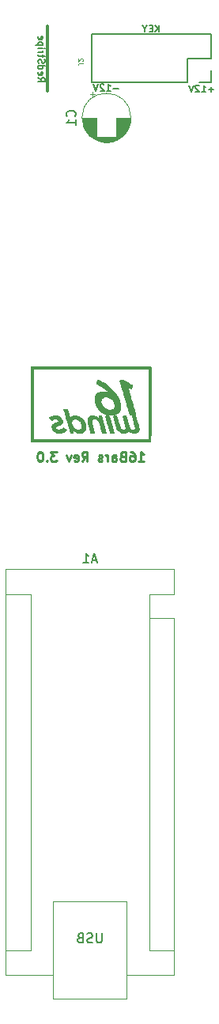
<source format=gbr>
%TF.GenerationSoftware,KiCad,Pcbnew,(6.0.1)*%
%TF.CreationDate,2023-06-13T10:27:40-07:00*%
%TF.ProjectId,16Bars,31364261-7273-42e6-9b69-6361645f7063,rev?*%
%TF.SameCoordinates,Original*%
%TF.FileFunction,Legend,Bot*%
%TF.FilePolarity,Positive*%
%FSLAX46Y46*%
G04 Gerber Fmt 4.6, Leading zero omitted, Abs format (unit mm)*
G04 Created by KiCad (PCBNEW (6.0.1)) date 2023-06-13 10:27:40*
%MOMM*%
%LPD*%
G01*
G04 APERTURE LIST*
%ADD10C,0.150000*%
%ADD11C,0.300000*%
%ADD12C,0.250000*%
%ADD13C,0.100000*%
%ADD14C,0.120000*%
%ADD15C,0.010000*%
G04 APERTURE END LIST*
D10*
X65174285Y-40688571D02*
X65517142Y-40928571D01*
X65174285Y-41100000D02*
X65894285Y-41100000D01*
X65894285Y-40825714D01*
X65860000Y-40757142D01*
X65825714Y-40722857D01*
X65757142Y-40688571D01*
X65654285Y-40688571D01*
X65585714Y-40722857D01*
X65551428Y-40757142D01*
X65517142Y-40825714D01*
X65517142Y-41100000D01*
X65208571Y-40105714D02*
X65174285Y-40174285D01*
X65174285Y-40311428D01*
X65208571Y-40380000D01*
X65277142Y-40414285D01*
X65551428Y-40414285D01*
X65620000Y-40380000D01*
X65654285Y-40311428D01*
X65654285Y-40174285D01*
X65620000Y-40105714D01*
X65551428Y-40071428D01*
X65482857Y-40071428D01*
X65414285Y-40414285D01*
X65174285Y-39454285D02*
X65894285Y-39454285D01*
X65208571Y-39454285D02*
X65174285Y-39522857D01*
X65174285Y-39660000D01*
X65208571Y-39728571D01*
X65242857Y-39762857D01*
X65311428Y-39797142D01*
X65517142Y-39797142D01*
X65585714Y-39762857D01*
X65620000Y-39728571D01*
X65654285Y-39660000D01*
X65654285Y-39522857D01*
X65620000Y-39454285D01*
X65208571Y-39145714D02*
X65174285Y-39042857D01*
X65174285Y-38871428D01*
X65208571Y-38802857D01*
X65242857Y-38768571D01*
X65311428Y-38734285D01*
X65380000Y-38734285D01*
X65448571Y-38768571D01*
X65482857Y-38802857D01*
X65517142Y-38871428D01*
X65551428Y-39008571D01*
X65585714Y-39077142D01*
X65620000Y-39111428D01*
X65688571Y-39145714D01*
X65757142Y-39145714D01*
X65825714Y-39111428D01*
X65860000Y-39077142D01*
X65894285Y-39008571D01*
X65894285Y-38837142D01*
X65860000Y-38734285D01*
X65654285Y-38528571D02*
X65654285Y-38254285D01*
X65894285Y-38425714D02*
X65277142Y-38425714D01*
X65208571Y-38391428D01*
X65174285Y-38322857D01*
X65174285Y-38254285D01*
X65174285Y-38014285D02*
X65654285Y-38014285D01*
X65517142Y-38014285D02*
X65585714Y-37980000D01*
X65620000Y-37945714D01*
X65654285Y-37877142D01*
X65654285Y-37808571D01*
X65174285Y-37568571D02*
X65654285Y-37568571D01*
X65894285Y-37568571D02*
X65860000Y-37602857D01*
X65825714Y-37568571D01*
X65860000Y-37534285D01*
X65894285Y-37568571D01*
X65825714Y-37568571D01*
X65654285Y-37225714D02*
X64934285Y-37225714D01*
X65620000Y-37225714D02*
X65654285Y-37157142D01*
X65654285Y-37020000D01*
X65620000Y-36951428D01*
X65585714Y-36917142D01*
X65517142Y-36882857D01*
X65311428Y-36882857D01*
X65242857Y-36917142D01*
X65208571Y-36951428D01*
X65174285Y-37020000D01*
X65174285Y-37157142D01*
X65208571Y-37225714D01*
X65208571Y-36300000D02*
X65174285Y-36368571D01*
X65174285Y-36505714D01*
X65208571Y-36574285D01*
X65277142Y-36608571D01*
X65551428Y-36608571D01*
X65620000Y-36574285D01*
X65654285Y-36505714D01*
X65654285Y-36368571D01*
X65620000Y-36300000D01*
X65551428Y-36265714D01*
X65482857Y-36265714D01*
X65414285Y-36608571D01*
D11*
X66200000Y-35200000D02*
X66200000Y-42100000D01*
D10*
X83968571Y-41951428D02*
X83420000Y-41951428D01*
X83694285Y-42225714D02*
X83694285Y-41677142D01*
X82700000Y-42225714D02*
X83111428Y-42225714D01*
X82905714Y-42225714D02*
X82905714Y-41505714D01*
X82974285Y-41608571D01*
X83042857Y-41677142D01*
X83111428Y-41711428D01*
X82425714Y-41574285D02*
X82391428Y-41540000D01*
X82322857Y-41505714D01*
X82151428Y-41505714D01*
X82082857Y-41540000D01*
X82048571Y-41574285D01*
X82014285Y-41642857D01*
X82014285Y-41711428D01*
X82048571Y-41814285D01*
X82460000Y-42225714D01*
X82014285Y-42225714D01*
X81808571Y-41505714D02*
X81568571Y-42225714D01*
X81328571Y-41505714D01*
X73768571Y-41851428D02*
X73220000Y-41851428D01*
X72500000Y-42125714D02*
X72911428Y-42125714D01*
X72705714Y-42125714D02*
X72705714Y-41405714D01*
X72774285Y-41508571D01*
X72842857Y-41577142D01*
X72911428Y-41611428D01*
X72225714Y-41474285D02*
X72191428Y-41440000D01*
X72122857Y-41405714D01*
X71951428Y-41405714D01*
X71882857Y-41440000D01*
X71848571Y-41474285D01*
X71814285Y-41542857D01*
X71814285Y-41611428D01*
X71848571Y-41714285D01*
X72260000Y-42125714D01*
X71814285Y-42125714D01*
X71608571Y-41405714D02*
X71368571Y-42125714D01*
X71128571Y-41405714D01*
X78122857Y-35825714D02*
X78122857Y-35105714D01*
X77711428Y-35825714D02*
X78020000Y-35414285D01*
X77711428Y-35105714D02*
X78122857Y-35517142D01*
X77402857Y-35448571D02*
X77162857Y-35448571D01*
X77060000Y-35825714D02*
X77402857Y-35825714D01*
X77402857Y-35105714D01*
X77060000Y-35105714D01*
X76614285Y-35482857D02*
X76614285Y-35825714D01*
X76854285Y-35105714D02*
X76614285Y-35482857D01*
X76374285Y-35105714D01*
D12*
X75917547Y-81752380D02*
X76488976Y-81752380D01*
X76203261Y-81752380D02*
X76203261Y-80752380D01*
X76298500Y-80895238D01*
X76393738Y-80990476D01*
X76488976Y-81038095D01*
X75060404Y-80752380D02*
X75250880Y-80752380D01*
X75346119Y-80800000D01*
X75393738Y-80847619D01*
X75488976Y-80990476D01*
X75536595Y-81180952D01*
X75536595Y-81561904D01*
X75488976Y-81657142D01*
X75441357Y-81704761D01*
X75346119Y-81752380D01*
X75155642Y-81752380D01*
X75060404Y-81704761D01*
X75012785Y-81657142D01*
X74965166Y-81561904D01*
X74965166Y-81323809D01*
X75012785Y-81228571D01*
X75060404Y-81180952D01*
X75155642Y-81133333D01*
X75346119Y-81133333D01*
X75441357Y-81180952D01*
X75488976Y-81228571D01*
X75536595Y-81323809D01*
X74203261Y-81228571D02*
X74060404Y-81276190D01*
X74012785Y-81323809D01*
X73965166Y-81419047D01*
X73965166Y-81561904D01*
X74012785Y-81657142D01*
X74060404Y-81704761D01*
X74155642Y-81752380D01*
X74536595Y-81752380D01*
X74536595Y-80752380D01*
X74203261Y-80752380D01*
X74108023Y-80800000D01*
X74060404Y-80847619D01*
X74012785Y-80942857D01*
X74012785Y-81038095D01*
X74060404Y-81133333D01*
X74108023Y-81180952D01*
X74203261Y-81228571D01*
X74536595Y-81228571D01*
X73108023Y-81752380D02*
X73108023Y-81228571D01*
X73155642Y-81133333D01*
X73250880Y-81085714D01*
X73441357Y-81085714D01*
X73536595Y-81133333D01*
X73108023Y-81704761D02*
X73203261Y-81752380D01*
X73441357Y-81752380D01*
X73536595Y-81704761D01*
X73584214Y-81609523D01*
X73584214Y-81514285D01*
X73536595Y-81419047D01*
X73441357Y-81371428D01*
X73203261Y-81371428D01*
X73108023Y-81323809D01*
X72631833Y-81752380D02*
X72631833Y-81085714D01*
X72631833Y-81276190D02*
X72584214Y-81180952D01*
X72536595Y-81133333D01*
X72441357Y-81085714D01*
X72346119Y-81085714D01*
X72060404Y-81704761D02*
X71965166Y-81752380D01*
X71774690Y-81752380D01*
X71679452Y-81704761D01*
X71631833Y-81609523D01*
X71631833Y-81561904D01*
X71679452Y-81466666D01*
X71774690Y-81419047D01*
X71917547Y-81419047D01*
X72012785Y-81371428D01*
X72060404Y-81276190D01*
X72060404Y-81228571D01*
X72012785Y-81133333D01*
X71917547Y-81085714D01*
X71774690Y-81085714D01*
X71679452Y-81133333D01*
X69869928Y-81752380D02*
X70203261Y-81276190D01*
X70441357Y-81752380D02*
X70441357Y-80752380D01*
X70060404Y-80752380D01*
X69965166Y-80800000D01*
X69917547Y-80847619D01*
X69869928Y-80942857D01*
X69869928Y-81085714D01*
X69917547Y-81180952D01*
X69965166Y-81228571D01*
X70060404Y-81276190D01*
X70441357Y-81276190D01*
X69060404Y-81704761D02*
X69155642Y-81752380D01*
X69346119Y-81752380D01*
X69441357Y-81704761D01*
X69488976Y-81609523D01*
X69488976Y-81228571D01*
X69441357Y-81133333D01*
X69346119Y-81085714D01*
X69155642Y-81085714D01*
X69060404Y-81133333D01*
X69012785Y-81228571D01*
X69012785Y-81323809D01*
X69488976Y-81419047D01*
X68679452Y-81085714D02*
X68441357Y-81752380D01*
X68203261Y-81085714D01*
X67155642Y-80752380D02*
X66536595Y-80752380D01*
X66869928Y-81133333D01*
X66727071Y-81133333D01*
X66631833Y-81180952D01*
X66584214Y-81228571D01*
X66536595Y-81323809D01*
X66536595Y-81561904D01*
X66584214Y-81657142D01*
X66631833Y-81704761D01*
X66727071Y-81752380D01*
X67012785Y-81752380D01*
X67108023Y-81704761D01*
X67155642Y-81657142D01*
X66108023Y-81657142D02*
X66060404Y-81704761D01*
X66108023Y-81752380D01*
X66155642Y-81704761D01*
X66108023Y-81657142D01*
X66108023Y-81752380D01*
X65441357Y-80752380D02*
X65346119Y-80752380D01*
X65250880Y-80800000D01*
X65203261Y-80847619D01*
X65155642Y-80942857D01*
X65108023Y-81133333D01*
X65108023Y-81371428D01*
X65155642Y-81561904D01*
X65203261Y-81657142D01*
X65250880Y-81704761D01*
X65346119Y-81752380D01*
X65441357Y-81752380D01*
X65536595Y-81704761D01*
X65584214Y-81657142D01*
X65631833Y-81561904D01*
X65679452Y-81371428D01*
X65679452Y-81133333D01*
X65631833Y-80942857D01*
X65584214Y-80847619D01*
X65536595Y-80800000D01*
X65441357Y-80752380D01*
D10*
%TO.C,A1*%
X71454285Y-92336666D02*
X70978095Y-92336666D01*
X71549523Y-92622380D02*
X71216190Y-91622380D01*
X70882857Y-92622380D01*
X70025714Y-92622380D02*
X70597142Y-92622380D01*
X70311428Y-92622380D02*
X70311428Y-91622380D01*
X70406666Y-91765238D01*
X70501904Y-91860476D01*
X70597142Y-91908095D01*
X72001904Y-132262380D02*
X72001904Y-133071904D01*
X71954285Y-133167142D01*
X71906666Y-133214761D01*
X71811428Y-133262380D01*
X71620952Y-133262380D01*
X71525714Y-133214761D01*
X71478095Y-133167142D01*
X71430476Y-133071904D01*
X71430476Y-132262380D01*
X71001904Y-133214761D02*
X70859047Y-133262380D01*
X70620952Y-133262380D01*
X70525714Y-133214761D01*
X70478095Y-133167142D01*
X70430476Y-133071904D01*
X70430476Y-132976666D01*
X70478095Y-132881428D01*
X70525714Y-132833809D01*
X70620952Y-132786190D01*
X70811428Y-132738571D01*
X70906666Y-132690952D01*
X70954285Y-132643333D01*
X71001904Y-132548095D01*
X71001904Y-132452857D01*
X70954285Y-132357619D01*
X70906666Y-132310000D01*
X70811428Y-132262380D01*
X70573333Y-132262380D01*
X70430476Y-132310000D01*
X69668571Y-132738571D02*
X69525714Y-132786190D01*
X69478095Y-132833809D01*
X69430476Y-132929047D01*
X69430476Y-133071904D01*
X69478095Y-133167142D01*
X69525714Y-133214761D01*
X69620952Y-133262380D01*
X70001904Y-133262380D01*
X70001904Y-132262380D01*
X69668571Y-132262380D01*
X69573333Y-132310000D01*
X69525714Y-132357619D01*
X69478095Y-132452857D01*
X69478095Y-132548095D01*
X69525714Y-132643333D01*
X69573333Y-132690952D01*
X69668571Y-132738571D01*
X70001904Y-132738571D01*
D13*
%TO.C,J2*%
X69973809Y-39166666D02*
X69616666Y-39166666D01*
X69545238Y-39190476D01*
X69497619Y-39238095D01*
X69473809Y-39309523D01*
X69473809Y-39357142D01*
X69926190Y-38952380D02*
X69950000Y-38928571D01*
X69973809Y-38880952D01*
X69973809Y-38761904D01*
X69950000Y-38714285D01*
X69926190Y-38690476D01*
X69878571Y-38666666D01*
X69830952Y-38666666D01*
X69759523Y-38690476D01*
X69473809Y-38976190D01*
X69473809Y-38666666D01*
D10*
%TO.C,C1*%
X69107142Y-44833333D02*
X69154761Y-44785714D01*
X69202380Y-44642857D01*
X69202380Y-44547619D01*
X69154761Y-44404761D01*
X69059523Y-44309523D01*
X68964285Y-44261904D01*
X68773809Y-44214285D01*
X68630952Y-44214285D01*
X68440476Y-44261904D01*
X68345238Y-44309523D01*
X68250000Y-44404761D01*
X68202380Y-44547619D01*
X68202380Y-44642857D01*
X68250000Y-44785714D01*
X68297619Y-44833333D01*
X69202380Y-45785714D02*
X69202380Y-45214285D01*
X69202380Y-45500000D02*
X68202380Y-45500000D01*
X68345238Y-45404761D01*
X68440476Y-45309523D01*
X68488095Y-45214285D01*
D14*
%TO.C,A1*%
X61720000Y-93310000D02*
X79760000Y-93310000D01*
X74680000Y-128870000D02*
X66800000Y-128870000D01*
X74680000Y-139290000D02*
X74680000Y-128870000D01*
X77090000Y-98520000D02*
X77090000Y-95980000D01*
X61720000Y-136750000D02*
X66800000Y-136750000D01*
X64390000Y-95980000D02*
X61720000Y-95980000D01*
X64390000Y-134080000D02*
X61720000Y-134080000D01*
X77090000Y-134080000D02*
X79760000Y-134080000D01*
X77090000Y-95980000D02*
X79760000Y-95980000D01*
X77090000Y-98520000D02*
X77090000Y-134080000D01*
X64390000Y-95980000D02*
X64390000Y-134080000D01*
X79760000Y-93310000D02*
X79760000Y-95980000D01*
X79760000Y-98520000D02*
X79760000Y-136750000D01*
X79760000Y-136750000D02*
X74680000Y-136750000D01*
X66800000Y-128870000D02*
X66800000Y-139290000D01*
X61720000Y-136750000D02*
X61720000Y-93310000D01*
X66800000Y-139290000D02*
X74680000Y-139290000D01*
X77090000Y-98520000D02*
X79760000Y-98520000D01*
D15*
%TO.C,Ref\u002A\u002A*%
X66824957Y-76855429D02*
X66753465Y-76870084D01*
X66753465Y-76870084D02*
X66664964Y-76895351D01*
X66664964Y-76895351D02*
X66572575Y-76930731D01*
X66572575Y-76930731D02*
X66486091Y-76971369D01*
X66486091Y-76971369D02*
X66415303Y-77012413D01*
X66415303Y-77012413D02*
X66370001Y-77049009D01*
X66370001Y-77049009D02*
X66359541Y-77065343D01*
X66359541Y-77065343D02*
X66371008Y-77088973D01*
X66371008Y-77088973D02*
X66408022Y-77131798D01*
X66408022Y-77131798D02*
X66463542Y-77185991D01*
X66463542Y-77185991D02*
X66486724Y-77206794D01*
X66486724Y-77206794D02*
X66621344Y-77324984D01*
X66621344Y-77324984D02*
X66730215Y-77271104D01*
X66730215Y-77271104D02*
X66863235Y-77222548D01*
X66863235Y-77222548D02*
X66997596Y-77204733D01*
X66997596Y-77204733D02*
X67122662Y-77218207D01*
X67122662Y-77218207D02*
X67199683Y-77246913D01*
X67199683Y-77246913D02*
X67266850Y-77292039D01*
X67266850Y-77292039D02*
X67321226Y-77346338D01*
X67321226Y-77346338D02*
X67334152Y-77365267D01*
X67334152Y-77365267D02*
X67358706Y-77413884D01*
X67358706Y-77413884D02*
X67360823Y-77446848D01*
X67360823Y-77446848D02*
X67341580Y-77483706D01*
X67341580Y-77483706D02*
X67340750Y-77484976D01*
X67340750Y-77484976D02*
X67292932Y-77526805D01*
X67292932Y-77526805D02*
X67206224Y-77567912D01*
X67206224Y-77567912D02*
X67163948Y-77582897D01*
X67163948Y-77582897D02*
X66995374Y-77642729D01*
X66995374Y-77642729D02*
X66864495Y-77700230D01*
X66864495Y-77700230D02*
X66767124Y-77759236D01*
X66767124Y-77759236D02*
X66699076Y-77823583D01*
X66699076Y-77823583D02*
X66656163Y-77897109D01*
X66656163Y-77897109D02*
X66634199Y-77983650D01*
X66634199Y-77983650D02*
X66628874Y-78073278D01*
X66628874Y-78073278D02*
X66649437Y-78212941D01*
X66649437Y-78212941D02*
X66707681Y-78343581D01*
X66707681Y-78343581D02*
X66799227Y-78461000D01*
X66799227Y-78461000D02*
X66919698Y-78561000D01*
X66919698Y-78561000D02*
X67064718Y-78639382D01*
X67064718Y-78639382D02*
X67229908Y-78691949D01*
X67229908Y-78691949D02*
X67284834Y-78702395D01*
X67284834Y-78702395D02*
X67395173Y-78717260D01*
X67395173Y-78717260D02*
X67486331Y-78720965D01*
X67486331Y-78720965D02*
X67579968Y-78713497D01*
X67579968Y-78713497D02*
X67655230Y-78702177D01*
X67655230Y-78702177D02*
X67774980Y-78669517D01*
X67774980Y-78669517D02*
X67896672Y-78614777D01*
X67896672Y-78614777D02*
X68006543Y-78545585D01*
X68006543Y-78545585D02*
X68090830Y-78469574D01*
X68090830Y-78469574D02*
X68104104Y-78453312D01*
X68104104Y-78453312D02*
X68142725Y-78400013D01*
X68142725Y-78400013D02*
X68167750Y-78360544D01*
X68167750Y-78360544D02*
X68173162Y-78347479D01*
X68173162Y-78347479D02*
X68156738Y-78330254D01*
X68156738Y-78330254D02*
X68114708Y-78296922D01*
X68114708Y-78296922D02*
X68056960Y-78254442D01*
X68056960Y-78254442D02*
X67993383Y-78209776D01*
X67993383Y-78209776D02*
X67933867Y-78169883D01*
X67933867Y-78169883D02*
X67888299Y-78141725D01*
X67888299Y-78141725D02*
X67867263Y-78132166D01*
X67867263Y-78132166D02*
X67846233Y-78146865D01*
X67846233Y-78146865D02*
X67810730Y-78183457D01*
X67810730Y-78183457D02*
X67799388Y-78196594D01*
X67799388Y-78196594D02*
X67714851Y-78275438D01*
X67714851Y-78275438D02*
X67614503Y-78325488D01*
X67614503Y-78325488D02*
X67490144Y-78349980D01*
X67490144Y-78349980D02*
X67401250Y-78353754D01*
X67401250Y-78353754D02*
X67271039Y-78346024D01*
X67271039Y-78346024D02*
X67173553Y-78320965D01*
X67173553Y-78320965D02*
X67101822Y-78275960D01*
X67101822Y-78275960D02*
X67059274Y-78225335D01*
X67059274Y-78225335D02*
X67034194Y-78161425D01*
X67034194Y-78161425D02*
X67046213Y-78100969D01*
X67046213Y-78100969D02*
X67096484Y-78042869D01*
X67096484Y-78042869D02*
X67186156Y-77986030D01*
X67186156Y-77986030D02*
X67316380Y-77929353D01*
X67316380Y-77929353D02*
X67401216Y-77899344D01*
X67401216Y-77899344D02*
X67492981Y-77866395D01*
X67492981Y-77866395D02*
X67574552Y-77832838D01*
X67574552Y-77832838D02*
X67633970Y-77803788D01*
X67633970Y-77803788D02*
X67652484Y-77791894D01*
X67652484Y-77791894D02*
X67709388Y-77723971D01*
X67709388Y-77723971D02*
X67749182Y-77630574D01*
X67749182Y-77630574D02*
X67766723Y-77526836D01*
X67766723Y-77526836D02*
X67764103Y-77463495D01*
X67764103Y-77463495D02*
X67722214Y-77305567D01*
X67722214Y-77305567D02*
X67644246Y-77166370D01*
X67644246Y-77166370D02*
X67533335Y-77048689D01*
X67533335Y-77048689D02*
X67392616Y-76955313D01*
X67392616Y-76955313D02*
X67225226Y-76889026D01*
X67225226Y-76889026D02*
X67083373Y-76858665D01*
X67083373Y-76858665D02*
X66984466Y-76846846D01*
X66984466Y-76846846D02*
X66905434Y-76845521D01*
X66905434Y-76845521D02*
X66824957Y-76855429D01*
X66824957Y-76855429D02*
X66824957Y-76855429D01*
G36*
X66984466Y-76846846D02*
G01*
X67083373Y-76858665D01*
X67225226Y-76889026D01*
X67392616Y-76955313D01*
X67533335Y-77048689D01*
X67644246Y-77166370D01*
X67722214Y-77305567D01*
X67764103Y-77463495D01*
X67766723Y-77526836D01*
X67749182Y-77630574D01*
X67709388Y-77723971D01*
X67652484Y-77791894D01*
X67633970Y-77803788D01*
X67574552Y-77832838D01*
X67492981Y-77866395D01*
X67401216Y-77899344D01*
X67316380Y-77929353D01*
X67186156Y-77986030D01*
X67096484Y-78042869D01*
X67046213Y-78100969D01*
X67034194Y-78161425D01*
X67059274Y-78225335D01*
X67101822Y-78275960D01*
X67173553Y-78320965D01*
X67271039Y-78346024D01*
X67401250Y-78353754D01*
X67490144Y-78349980D01*
X67614503Y-78325488D01*
X67714851Y-78275438D01*
X67799388Y-78196594D01*
X67810730Y-78183457D01*
X67846233Y-78146865D01*
X67867263Y-78132166D01*
X67888299Y-78141725D01*
X67933867Y-78169883D01*
X67993383Y-78209776D01*
X68056960Y-78254442D01*
X68114708Y-78296922D01*
X68156738Y-78330254D01*
X68173162Y-78347479D01*
X68167750Y-78360544D01*
X68142725Y-78400013D01*
X68104104Y-78453312D01*
X68090830Y-78469574D01*
X68006543Y-78545585D01*
X67896672Y-78614777D01*
X67774980Y-78669517D01*
X67655230Y-78702177D01*
X67579968Y-78713497D01*
X67486331Y-78720965D01*
X67395173Y-78717260D01*
X67284834Y-78702395D01*
X67229908Y-78691949D01*
X67064718Y-78639382D01*
X66919698Y-78561000D01*
X66799227Y-78461000D01*
X66707681Y-78343581D01*
X66649437Y-78212941D01*
X66628874Y-78073278D01*
X66634199Y-77983650D01*
X66656163Y-77897109D01*
X66699076Y-77823583D01*
X66767124Y-77759236D01*
X66864495Y-77700230D01*
X66995374Y-77642729D01*
X67163948Y-77582897D01*
X67206224Y-77567912D01*
X67292932Y-77526805D01*
X67340750Y-77484976D01*
X67341580Y-77483706D01*
X67360823Y-77446848D01*
X67358706Y-77413884D01*
X67334152Y-77365267D01*
X67321226Y-77346338D01*
X67266850Y-77292039D01*
X67199683Y-77246913D01*
X67122662Y-77218207D01*
X66997596Y-77204733D01*
X66863235Y-77222548D01*
X66730215Y-77271104D01*
X66621344Y-77324984D01*
X66486724Y-77206794D01*
X66463542Y-77185991D01*
X66408022Y-77131798D01*
X66371008Y-77088973D01*
X66359541Y-77065343D01*
X66370001Y-77049009D01*
X66415303Y-77012413D01*
X66486091Y-76971369D01*
X66572575Y-76930731D01*
X66664964Y-76895351D01*
X66753465Y-76870084D01*
X66824957Y-76855429D01*
X66905434Y-76845521D01*
X66984466Y-76846846D01*
G37*
X66984466Y-76846846D02*
X67083373Y-76858665D01*
X67225226Y-76889026D01*
X67392616Y-76955313D01*
X67533335Y-77048689D01*
X67644246Y-77166370D01*
X67722214Y-77305567D01*
X67764103Y-77463495D01*
X67766723Y-77526836D01*
X67749182Y-77630574D01*
X67709388Y-77723971D01*
X67652484Y-77791894D01*
X67633970Y-77803788D01*
X67574552Y-77832838D01*
X67492981Y-77866395D01*
X67401216Y-77899344D01*
X67316380Y-77929353D01*
X67186156Y-77986030D01*
X67096484Y-78042869D01*
X67046213Y-78100969D01*
X67034194Y-78161425D01*
X67059274Y-78225335D01*
X67101822Y-78275960D01*
X67173553Y-78320965D01*
X67271039Y-78346024D01*
X67401250Y-78353754D01*
X67490144Y-78349980D01*
X67614503Y-78325488D01*
X67714851Y-78275438D01*
X67799388Y-78196594D01*
X67810730Y-78183457D01*
X67846233Y-78146865D01*
X67867263Y-78132166D01*
X67888299Y-78141725D01*
X67933867Y-78169883D01*
X67993383Y-78209776D01*
X68056960Y-78254442D01*
X68114708Y-78296922D01*
X68156738Y-78330254D01*
X68173162Y-78347479D01*
X68167750Y-78360544D01*
X68142725Y-78400013D01*
X68104104Y-78453312D01*
X68090830Y-78469574D01*
X68006543Y-78545585D01*
X67896672Y-78614777D01*
X67774980Y-78669517D01*
X67655230Y-78702177D01*
X67579968Y-78713497D01*
X67486331Y-78720965D01*
X67395173Y-78717260D01*
X67284834Y-78702395D01*
X67229908Y-78691949D01*
X67064718Y-78639382D01*
X66919698Y-78561000D01*
X66799227Y-78461000D01*
X66707681Y-78343581D01*
X66649437Y-78212941D01*
X66628874Y-78073278D01*
X66634199Y-77983650D01*
X66656163Y-77897109D01*
X66699076Y-77823583D01*
X66767124Y-77759236D01*
X66864495Y-77700230D01*
X66995374Y-77642729D01*
X67163948Y-77582897D01*
X67206224Y-77567912D01*
X67292932Y-77526805D01*
X67340750Y-77484976D01*
X67341580Y-77483706D01*
X67360823Y-77446848D01*
X67358706Y-77413884D01*
X67334152Y-77365267D01*
X67321226Y-77346338D01*
X67266850Y-77292039D01*
X67199683Y-77246913D01*
X67122662Y-77218207D01*
X66997596Y-77204733D01*
X66863235Y-77222548D01*
X66730215Y-77271104D01*
X66621344Y-77324984D01*
X66486724Y-77206794D01*
X66463542Y-77185991D01*
X66408022Y-77131798D01*
X66371008Y-77088973D01*
X66359541Y-77065343D01*
X66370001Y-77049009D01*
X66415303Y-77012413D01*
X66486091Y-76971369D01*
X66572575Y-76930731D01*
X66664964Y-76895351D01*
X66753465Y-76870084D01*
X66824957Y-76855429D01*
X66905434Y-76845521D01*
X66984466Y-76846846D01*
X71519228Y-73027222D02*
X71510231Y-73046875D01*
X71510231Y-73046875D02*
X71497937Y-73096568D01*
X71497937Y-73096568D02*
X71483022Y-73167452D01*
X71483022Y-73167452D02*
X71467413Y-73248759D01*
X71467413Y-73248759D02*
X71453036Y-73329720D01*
X71453036Y-73329720D02*
X71441817Y-73399568D01*
X71441817Y-73399568D02*
X71435683Y-73447536D01*
X71435683Y-73447536D02*
X71435791Y-73462982D01*
X71435791Y-73462982D02*
X71457145Y-73475161D01*
X71457145Y-73475161D02*
X71507632Y-73501589D01*
X71507632Y-73501589D02*
X71578459Y-73537706D01*
X71578459Y-73537706D02*
X71622682Y-73559940D01*
X71622682Y-73559940D02*
X71976546Y-73758838D01*
X71976546Y-73758838D02*
X72299579Y-73986200D01*
X72299579Y-73986200D02*
X72593160Y-74243017D01*
X72593160Y-74243017D02*
X72650584Y-74300158D01*
X72650584Y-74300158D02*
X72819917Y-74472409D01*
X72819917Y-74472409D02*
X72682334Y-74408585D01*
X72682334Y-74408585D02*
X72521029Y-74342626D01*
X72521029Y-74342626D02*
X72370245Y-74302339D01*
X72370245Y-74302339D02*
X72212918Y-74284387D01*
X72212918Y-74284387D02*
X72048777Y-74284685D01*
X72048777Y-74284685D02*
X71886326Y-74297445D01*
X71886326Y-74297445D02*
X71754846Y-74323395D01*
X71754846Y-74323395D02*
X71643970Y-74366593D01*
X71643970Y-74366593D02*
X71543331Y-74431095D01*
X71543331Y-74431095D02*
X71442565Y-74520960D01*
X71442565Y-74520960D02*
X71440899Y-74522623D01*
X71440899Y-74522623D02*
X71370917Y-74596518D01*
X71370917Y-74596518D02*
X71324282Y-74658639D01*
X71324282Y-74658639D02*
X71291485Y-74723904D01*
X71291485Y-74723904D02*
X71266274Y-74796579D01*
X71266274Y-74796579D02*
X71227557Y-74990784D01*
X71227557Y-74990784D02*
X71224903Y-75197601D01*
X71224903Y-75197601D02*
X71256209Y-75411326D01*
X71256209Y-75411326D02*
X71319370Y-75626256D01*
X71319370Y-75626256D02*
X71412286Y-75836684D01*
X71412286Y-75836684D02*
X71532852Y-76036906D01*
X71532852Y-76036906D02*
X71678966Y-76221219D01*
X71678966Y-76221219D02*
X71848524Y-76383917D01*
X71848524Y-76383917D02*
X71852700Y-76387373D01*
X71852700Y-76387373D02*
X71999893Y-76493670D01*
X71999893Y-76493670D02*
X72171559Y-76593333D01*
X72171559Y-76593333D02*
X72350598Y-76677367D01*
X72350598Y-76677367D02*
X72513819Y-76735069D01*
X72513819Y-76735069D02*
X72641584Y-76762682D01*
X72641584Y-76762682D02*
X72791406Y-76781438D01*
X72791406Y-76781438D02*
X72949331Y-76790733D01*
X72949331Y-76790733D02*
X73101406Y-76789960D01*
X73101406Y-76789960D02*
X73233678Y-76778516D01*
X73233678Y-76778516D02*
X73287939Y-76768623D01*
X73287939Y-76768623D02*
X73478730Y-76706284D01*
X73478730Y-76706284D02*
X73640394Y-76614362D01*
X73640394Y-76614362D02*
X73772165Y-76494705D01*
X73772165Y-76494705D02*
X73873275Y-76349161D01*
X73873275Y-76349161D02*
X73942959Y-76179575D01*
X73942959Y-76179575D02*
X73980449Y-75987795D01*
X73980449Y-75987795D02*
X73984233Y-75810571D01*
X73984233Y-75810571D02*
X73364581Y-75810571D01*
X73364581Y-75810571D02*
X73339824Y-75942561D01*
X73339824Y-75942561D02*
X73280650Y-76052849D01*
X73280650Y-76052849D02*
X73187720Y-76139645D01*
X73187720Y-76139645D02*
X73061698Y-76201156D01*
X73061698Y-76201156D02*
X73042304Y-76207389D01*
X73042304Y-76207389D02*
X72954919Y-76222407D01*
X72954919Y-76222407D02*
X72842538Y-76225509D01*
X72842538Y-76225509D02*
X72720567Y-76217423D01*
X72720567Y-76217423D02*
X72604412Y-76198874D01*
X72604412Y-76198874D02*
X72547141Y-76184032D01*
X72547141Y-76184032D02*
X72378322Y-76110723D01*
X72378322Y-76110723D02*
X72227373Y-76003775D01*
X72227373Y-76003775D02*
X72098850Y-75869357D01*
X72098850Y-75869357D02*
X71997310Y-75713636D01*
X71997310Y-75713636D02*
X71927312Y-75542780D01*
X71927312Y-75542780D02*
X71893411Y-75362958D01*
X71893411Y-75362958D02*
X71890926Y-75295833D01*
X71890926Y-75295833D02*
X71908316Y-75155499D01*
X71908316Y-75155499D02*
X71959618Y-75040266D01*
X71959618Y-75040266D02*
X72045841Y-74948601D01*
X72045841Y-74948601D02*
X72163750Y-74880772D01*
X72163750Y-74880772D02*
X72258367Y-74855230D01*
X72258367Y-74855230D02*
X72377743Y-74844769D01*
X72377743Y-74844769D02*
X72507175Y-74849143D01*
X72507175Y-74849143D02*
X72631962Y-74868108D01*
X72631962Y-74868108D02*
X72708434Y-74889847D01*
X72708434Y-74889847D02*
X72881498Y-74973604D01*
X72881498Y-74973604D02*
X73037643Y-75091404D01*
X73037643Y-75091404D02*
X73169930Y-75236317D01*
X73169930Y-75236317D02*
X73271418Y-75401415D01*
X73271418Y-75401415D02*
X73308189Y-75488656D01*
X73308189Y-75488656D02*
X73354257Y-75658672D01*
X73354257Y-75658672D02*
X73364581Y-75810571D01*
X73364581Y-75810571D02*
X73984233Y-75810571D01*
X73984233Y-75810571D02*
X73984979Y-75775669D01*
X73984979Y-75775669D02*
X73955782Y-75545043D01*
X73955782Y-75545043D02*
X73894829Y-75306416D01*
X73894829Y-75306416D02*
X73786033Y-75025007D01*
X73786033Y-75025007D02*
X73638087Y-74744324D01*
X73638087Y-74744324D02*
X73454077Y-74467986D01*
X73454077Y-74467986D02*
X73237087Y-74199615D01*
X73237087Y-74199615D02*
X72990202Y-73942830D01*
X72990202Y-73942830D02*
X72716506Y-73701253D01*
X72716506Y-73701253D02*
X72419086Y-73478504D01*
X72419086Y-73478504D02*
X72234767Y-73358024D01*
X72234767Y-73358024D02*
X72154415Y-73310452D01*
X72154415Y-73310452D02*
X72057548Y-73256568D01*
X72057548Y-73256568D02*
X71951606Y-73200113D01*
X71951606Y-73200113D02*
X71844028Y-73144828D01*
X71844028Y-73144828D02*
X71742254Y-73094454D01*
X71742254Y-73094454D02*
X71653722Y-73052732D01*
X71653722Y-73052732D02*
X71585871Y-73023403D01*
X71585871Y-73023403D02*
X71546142Y-73010207D01*
X71546142Y-73010207D02*
X71542357Y-73009833D01*
X71542357Y-73009833D02*
X71519228Y-73027222D01*
X71519228Y-73027222D02*
X71519228Y-73027222D01*
G36*
X73942959Y-76179575D02*
G01*
X73873275Y-76349161D01*
X73772165Y-76494705D01*
X73640394Y-76614362D01*
X73478730Y-76706284D01*
X73287939Y-76768623D01*
X73233678Y-76778516D01*
X73101406Y-76789960D01*
X72949331Y-76790733D01*
X72791406Y-76781438D01*
X72641584Y-76762682D01*
X72513819Y-76735069D01*
X72350598Y-76677367D01*
X72171559Y-76593333D01*
X71999893Y-76493670D01*
X71852700Y-76387373D01*
X71848524Y-76383917D01*
X71678966Y-76221219D01*
X71532852Y-76036906D01*
X71412286Y-75836684D01*
X71319370Y-75626256D01*
X71256209Y-75411326D01*
X71239292Y-75295833D01*
X71890926Y-75295833D01*
X71893411Y-75362958D01*
X71927312Y-75542780D01*
X71997310Y-75713636D01*
X72098850Y-75869357D01*
X72227373Y-76003775D01*
X72378322Y-76110723D01*
X72547141Y-76184032D01*
X72604412Y-76198874D01*
X72720567Y-76217423D01*
X72842538Y-76225509D01*
X72954919Y-76222407D01*
X73042304Y-76207389D01*
X73061698Y-76201156D01*
X73187720Y-76139645D01*
X73280650Y-76052849D01*
X73339824Y-75942561D01*
X73364581Y-75810571D01*
X73354257Y-75658672D01*
X73308189Y-75488656D01*
X73271418Y-75401415D01*
X73169930Y-75236317D01*
X73037643Y-75091404D01*
X72881498Y-74973604D01*
X72708434Y-74889847D01*
X72631962Y-74868108D01*
X72507175Y-74849143D01*
X72377743Y-74844769D01*
X72258367Y-74855230D01*
X72163750Y-74880772D01*
X72045841Y-74948601D01*
X71959618Y-75040266D01*
X71908316Y-75155499D01*
X71890926Y-75295833D01*
X71239292Y-75295833D01*
X71224903Y-75197601D01*
X71227557Y-74990784D01*
X71266274Y-74796579D01*
X71291485Y-74723904D01*
X71324282Y-74658639D01*
X71370917Y-74596518D01*
X71440899Y-74522623D01*
X71442565Y-74520960D01*
X71543331Y-74431095D01*
X71643970Y-74366593D01*
X71754846Y-74323395D01*
X71886326Y-74297445D01*
X72048777Y-74284685D01*
X72212918Y-74284387D01*
X72370245Y-74302339D01*
X72521029Y-74342626D01*
X72682334Y-74408585D01*
X72819917Y-74472409D01*
X72650584Y-74300158D01*
X72593160Y-74243017D01*
X72299579Y-73986200D01*
X71976546Y-73758838D01*
X71622682Y-73559940D01*
X71578459Y-73537706D01*
X71507632Y-73501589D01*
X71457145Y-73475161D01*
X71435791Y-73462982D01*
X71435683Y-73447536D01*
X71441817Y-73399568D01*
X71453036Y-73329720D01*
X71467413Y-73248759D01*
X71483022Y-73167452D01*
X71497937Y-73096568D01*
X71510231Y-73046875D01*
X71519228Y-73027222D01*
X71542357Y-73009833D01*
X71546142Y-73010207D01*
X71585871Y-73023403D01*
X71653722Y-73052732D01*
X71742254Y-73094454D01*
X71844028Y-73144828D01*
X71951606Y-73200113D01*
X72057548Y-73256568D01*
X72154415Y-73310452D01*
X72234767Y-73358024D01*
X72419086Y-73478504D01*
X72716506Y-73701253D01*
X72990202Y-73942830D01*
X73237087Y-74199615D01*
X73454077Y-74467986D01*
X73638087Y-74744324D01*
X73786033Y-75025007D01*
X73894829Y-75306416D01*
X73955782Y-75545043D01*
X73984979Y-75775669D01*
X73984233Y-75810571D01*
X73980449Y-75987795D01*
X73942959Y-76179575D01*
G37*
X73942959Y-76179575D02*
X73873275Y-76349161D01*
X73772165Y-76494705D01*
X73640394Y-76614362D01*
X73478730Y-76706284D01*
X73287939Y-76768623D01*
X73233678Y-76778516D01*
X73101406Y-76789960D01*
X72949331Y-76790733D01*
X72791406Y-76781438D01*
X72641584Y-76762682D01*
X72513819Y-76735069D01*
X72350598Y-76677367D01*
X72171559Y-76593333D01*
X71999893Y-76493670D01*
X71852700Y-76387373D01*
X71848524Y-76383917D01*
X71678966Y-76221219D01*
X71532852Y-76036906D01*
X71412286Y-75836684D01*
X71319370Y-75626256D01*
X71256209Y-75411326D01*
X71239292Y-75295833D01*
X71890926Y-75295833D01*
X71893411Y-75362958D01*
X71927312Y-75542780D01*
X71997310Y-75713636D01*
X72098850Y-75869357D01*
X72227373Y-76003775D01*
X72378322Y-76110723D01*
X72547141Y-76184032D01*
X72604412Y-76198874D01*
X72720567Y-76217423D01*
X72842538Y-76225509D01*
X72954919Y-76222407D01*
X73042304Y-76207389D01*
X73061698Y-76201156D01*
X73187720Y-76139645D01*
X73280650Y-76052849D01*
X73339824Y-75942561D01*
X73364581Y-75810571D01*
X73354257Y-75658672D01*
X73308189Y-75488656D01*
X73271418Y-75401415D01*
X73169930Y-75236317D01*
X73037643Y-75091404D01*
X72881498Y-74973604D01*
X72708434Y-74889847D01*
X72631962Y-74868108D01*
X72507175Y-74849143D01*
X72377743Y-74844769D01*
X72258367Y-74855230D01*
X72163750Y-74880772D01*
X72045841Y-74948601D01*
X71959618Y-75040266D01*
X71908316Y-75155499D01*
X71890926Y-75295833D01*
X71239292Y-75295833D01*
X71224903Y-75197601D01*
X71227557Y-74990784D01*
X71266274Y-74796579D01*
X71291485Y-74723904D01*
X71324282Y-74658639D01*
X71370917Y-74596518D01*
X71440899Y-74522623D01*
X71442565Y-74520960D01*
X71543331Y-74431095D01*
X71643970Y-74366593D01*
X71754846Y-74323395D01*
X71886326Y-74297445D01*
X72048777Y-74284685D01*
X72212918Y-74284387D01*
X72370245Y-74302339D01*
X72521029Y-74342626D01*
X72682334Y-74408585D01*
X72819917Y-74472409D01*
X72650584Y-74300158D01*
X72593160Y-74243017D01*
X72299579Y-73986200D01*
X71976546Y-73758838D01*
X71622682Y-73559940D01*
X71578459Y-73537706D01*
X71507632Y-73501589D01*
X71457145Y-73475161D01*
X71435791Y-73462982D01*
X71435683Y-73447536D01*
X71441817Y-73399568D01*
X71453036Y-73329720D01*
X71467413Y-73248759D01*
X71483022Y-73167452D01*
X71497937Y-73096568D01*
X71510231Y-73046875D01*
X71519228Y-73027222D01*
X71542357Y-73009833D01*
X71546142Y-73010207D01*
X71585871Y-73023403D01*
X71653722Y-73052732D01*
X71742254Y-73094454D01*
X71844028Y-73144828D01*
X71951606Y-73200113D01*
X72057548Y-73256568D01*
X72154415Y-73310452D01*
X72234767Y-73358024D01*
X72419086Y-73478504D01*
X72716506Y-73701253D01*
X72990202Y-73942830D01*
X73237087Y-74199615D01*
X73454077Y-74467986D01*
X73638087Y-74744324D01*
X73786033Y-75025007D01*
X73894829Y-75306416D01*
X73955782Y-75545043D01*
X73984979Y-75775669D01*
X73984233Y-75810571D01*
X73980449Y-75987795D01*
X73942959Y-76179575D01*
X67947695Y-76187665D02*
X67916184Y-76192687D01*
X67916184Y-76192687D02*
X67905183Y-76203440D01*
X67905183Y-76203440D02*
X67907430Y-76221295D01*
X67907430Y-76221295D02*
X67908768Y-76225647D01*
X67908768Y-76225647D02*
X67916927Y-76253235D01*
X67916927Y-76253235D02*
X67935698Y-76317801D01*
X67935698Y-76317801D02*
X67964012Y-76415631D01*
X67964012Y-76415631D02*
X68000796Y-76543014D01*
X68000796Y-76543014D02*
X68044982Y-76696237D01*
X68044982Y-76696237D02*
X68095499Y-76871589D01*
X68095499Y-76871589D02*
X68151275Y-77065357D01*
X68151275Y-77065357D02*
X68211240Y-77273828D01*
X68211240Y-77273828D02*
X68267624Y-77469976D01*
X68267624Y-77469976D02*
X68613026Y-78671916D01*
X68613026Y-78671916D02*
X68872334Y-78684520D01*
X68872334Y-78684520D02*
X68872334Y-78387863D01*
X68872334Y-78387863D02*
X69004625Y-78487978D01*
X69004625Y-78487978D02*
X69188112Y-78605437D01*
X69188112Y-78605437D02*
X69373643Y-78682239D01*
X69373643Y-78682239D02*
X69559501Y-78717961D01*
X69559501Y-78717961D02*
X69743964Y-78712183D01*
X69743964Y-78712183D02*
X69840110Y-78692277D01*
X69840110Y-78692277D02*
X69987182Y-78634044D01*
X69987182Y-78634044D02*
X70103675Y-78546582D01*
X70103675Y-78546582D02*
X70190077Y-78429417D01*
X70190077Y-78429417D02*
X70240955Y-78303619D01*
X70240955Y-78303619D02*
X70265919Y-78148946D01*
X70265919Y-78148946D02*
X70258946Y-77977621D01*
X70258946Y-77977621D02*
X70258097Y-77973416D01*
X70258097Y-77973416D02*
X69835417Y-77973416D01*
X69835417Y-77973416D02*
X69833543Y-78064394D01*
X69833543Y-78064394D02*
X69826058Y-78126355D01*
X69826058Y-78126355D02*
X69810170Y-78172521D01*
X69810170Y-78172521D02*
X69784595Y-78214008D01*
X69784595Y-78214008D02*
X69703324Y-78293075D01*
X69703324Y-78293075D02*
X69597160Y-78342790D01*
X69597160Y-78342790D02*
X69472966Y-78361793D01*
X69472966Y-78361793D02*
X69337608Y-78348724D01*
X69337608Y-78348724D02*
X69243615Y-78321172D01*
X69243615Y-78321172D02*
X69108136Y-78249578D01*
X69108136Y-78249578D02*
X68984118Y-78144439D01*
X68984118Y-78144439D02*
X68878445Y-78014293D01*
X68878445Y-78014293D02*
X68798006Y-77867681D01*
X68798006Y-77867681D02*
X68749685Y-77713143D01*
X68749685Y-77713143D02*
X68748584Y-77707280D01*
X68748584Y-77707280D02*
X68739057Y-77565996D01*
X68739057Y-77565996D02*
X68763405Y-77441730D01*
X68763405Y-77441730D02*
X68819575Y-77338953D01*
X68819575Y-77338953D02*
X68905511Y-77262132D01*
X68905511Y-77262132D02*
X68967396Y-77231529D01*
X68967396Y-77231529D02*
X69096593Y-77203870D01*
X69096593Y-77203870D02*
X69231760Y-77213679D01*
X69231760Y-77213679D02*
X69366994Y-77257792D01*
X69366994Y-77257792D02*
X69496393Y-77333043D01*
X69496393Y-77333043D02*
X69614057Y-77436266D01*
X69614057Y-77436266D02*
X69714082Y-77564297D01*
X69714082Y-77564297D02*
X69767487Y-77660673D01*
X69767487Y-77660673D02*
X69803890Y-77743834D01*
X69803890Y-77743834D02*
X69824517Y-77813347D01*
X69824517Y-77813347D02*
X69833604Y-77888711D01*
X69833604Y-77888711D02*
X69835417Y-77973416D01*
X69835417Y-77973416D02*
X70258097Y-77973416D01*
X70258097Y-77973416D02*
X70222564Y-77797570D01*
X70222564Y-77797570D02*
X70159302Y-77616719D01*
X70159302Y-77616719D02*
X70071691Y-77442996D01*
X70071691Y-77442996D02*
X69962257Y-77284328D01*
X69962257Y-77284328D02*
X69889505Y-77202036D01*
X69889505Y-77202036D02*
X69739887Y-77072122D01*
X69739887Y-77072122D02*
X69573701Y-76969403D01*
X69573701Y-76969403D02*
X69398181Y-76896531D01*
X69398181Y-76896531D02*
X69220559Y-76856155D01*
X69220559Y-76856155D02*
X69048066Y-76850925D01*
X69048066Y-76850925D02*
X68963699Y-76862789D01*
X68963699Y-76862789D02*
X68859227Y-76888711D01*
X68859227Y-76888711D02*
X68780834Y-76921407D01*
X68780834Y-76921407D02*
X68712298Y-76969274D01*
X68712298Y-76969274D02*
X68655375Y-77022417D01*
X68655375Y-77022417D02*
X68609884Y-77065180D01*
X68609884Y-77065180D02*
X68577524Y-77090244D01*
X68577524Y-77090244D02*
X68567893Y-77093236D01*
X68567893Y-77093236D02*
X68559988Y-77071171D01*
X68559988Y-77071171D02*
X68542402Y-77014350D01*
X68542402Y-77014350D02*
X68516909Y-76928769D01*
X68516909Y-76928769D02*
X68485289Y-76820424D01*
X68485289Y-76820424D02*
X68449317Y-76695312D01*
X68449317Y-76695312D02*
X68433540Y-76639916D01*
X68433540Y-76639916D02*
X68307295Y-76195416D01*
X68307295Y-76195416D02*
X68101305Y-76189338D01*
X68101305Y-76189338D02*
X68006981Y-76187005D01*
X68006981Y-76187005D02*
X67947695Y-76187665D01*
X67947695Y-76187665D02*
X67947695Y-76187665D01*
G36*
X70265919Y-78148946D02*
G01*
X70240955Y-78303619D01*
X70190077Y-78429417D01*
X70103675Y-78546582D01*
X69987182Y-78634044D01*
X69840110Y-78692277D01*
X69743964Y-78712183D01*
X69559501Y-78717961D01*
X69373643Y-78682239D01*
X69188112Y-78605437D01*
X69004625Y-78487978D01*
X68872334Y-78387863D01*
X68872334Y-78684520D01*
X68613026Y-78671916D01*
X68295217Y-77565996D01*
X68739057Y-77565996D01*
X68748584Y-77707280D01*
X68749685Y-77713143D01*
X68798006Y-77867681D01*
X68878445Y-78014293D01*
X68984118Y-78144439D01*
X69108136Y-78249578D01*
X69243615Y-78321172D01*
X69337608Y-78348724D01*
X69472966Y-78361793D01*
X69597160Y-78342790D01*
X69703324Y-78293075D01*
X69784595Y-78214008D01*
X69810170Y-78172521D01*
X69826058Y-78126355D01*
X69833543Y-78064394D01*
X69835417Y-77973416D01*
X69833604Y-77888711D01*
X69824517Y-77813347D01*
X69803890Y-77743834D01*
X69767487Y-77660673D01*
X69714082Y-77564297D01*
X69614057Y-77436266D01*
X69496393Y-77333043D01*
X69366994Y-77257792D01*
X69231760Y-77213679D01*
X69096593Y-77203870D01*
X68967396Y-77231529D01*
X68905511Y-77262132D01*
X68819575Y-77338953D01*
X68763405Y-77441730D01*
X68739057Y-77565996D01*
X68295217Y-77565996D01*
X68267624Y-77469976D01*
X68211240Y-77273828D01*
X68151275Y-77065357D01*
X68095499Y-76871589D01*
X68044982Y-76696237D01*
X68000796Y-76543014D01*
X67964012Y-76415631D01*
X67935698Y-76317801D01*
X67916927Y-76253235D01*
X67908768Y-76225647D01*
X67907430Y-76221295D01*
X67905183Y-76203440D01*
X67916184Y-76192687D01*
X67947695Y-76187665D01*
X68006981Y-76187005D01*
X68101305Y-76189338D01*
X68307295Y-76195416D01*
X68433540Y-76639916D01*
X68449317Y-76695312D01*
X68485289Y-76820424D01*
X68516909Y-76928769D01*
X68542402Y-77014350D01*
X68559988Y-77071171D01*
X68567893Y-77093236D01*
X68577524Y-77090244D01*
X68609884Y-77065180D01*
X68655375Y-77022417D01*
X68712298Y-76969274D01*
X68780834Y-76921407D01*
X68859227Y-76888711D01*
X68963699Y-76862789D01*
X69048066Y-76850925D01*
X69220559Y-76856155D01*
X69398181Y-76896531D01*
X69573701Y-76969403D01*
X69739887Y-77072122D01*
X69889505Y-77202036D01*
X69962257Y-77284328D01*
X70071691Y-77442996D01*
X70159302Y-77616719D01*
X70222564Y-77797570D01*
X70258097Y-77973416D01*
X70258946Y-77977621D01*
X70265919Y-78148946D01*
G37*
X70265919Y-78148946D02*
X70240955Y-78303619D01*
X70190077Y-78429417D01*
X70103675Y-78546582D01*
X69987182Y-78634044D01*
X69840110Y-78692277D01*
X69743964Y-78712183D01*
X69559501Y-78717961D01*
X69373643Y-78682239D01*
X69188112Y-78605437D01*
X69004625Y-78487978D01*
X68872334Y-78387863D01*
X68872334Y-78684520D01*
X68613026Y-78671916D01*
X68295217Y-77565996D01*
X68739057Y-77565996D01*
X68748584Y-77707280D01*
X68749685Y-77713143D01*
X68798006Y-77867681D01*
X68878445Y-78014293D01*
X68984118Y-78144439D01*
X69108136Y-78249578D01*
X69243615Y-78321172D01*
X69337608Y-78348724D01*
X69472966Y-78361793D01*
X69597160Y-78342790D01*
X69703324Y-78293075D01*
X69784595Y-78214008D01*
X69810170Y-78172521D01*
X69826058Y-78126355D01*
X69833543Y-78064394D01*
X69835417Y-77973416D01*
X69833604Y-77888711D01*
X69824517Y-77813347D01*
X69803890Y-77743834D01*
X69767487Y-77660673D01*
X69714082Y-77564297D01*
X69614057Y-77436266D01*
X69496393Y-77333043D01*
X69366994Y-77257792D01*
X69231760Y-77213679D01*
X69096593Y-77203870D01*
X68967396Y-77231529D01*
X68905511Y-77262132D01*
X68819575Y-77338953D01*
X68763405Y-77441730D01*
X68739057Y-77565996D01*
X68295217Y-77565996D01*
X68267624Y-77469976D01*
X68211240Y-77273828D01*
X68151275Y-77065357D01*
X68095499Y-76871589D01*
X68044982Y-76696237D01*
X68000796Y-76543014D01*
X67964012Y-76415631D01*
X67935698Y-76317801D01*
X67916927Y-76253235D01*
X67908768Y-76225647D01*
X67907430Y-76221295D01*
X67905183Y-76203440D01*
X67916184Y-76192687D01*
X67947695Y-76187665D01*
X68006981Y-76187005D01*
X68101305Y-76189338D01*
X68307295Y-76195416D01*
X68433540Y-76639916D01*
X68449317Y-76695312D01*
X68485289Y-76820424D01*
X68516909Y-76928769D01*
X68542402Y-77014350D01*
X68559988Y-77071171D01*
X68567893Y-77093236D01*
X68577524Y-77090244D01*
X68609884Y-77065180D01*
X68655375Y-77022417D01*
X68712298Y-76969274D01*
X68780834Y-76921407D01*
X68859227Y-76888711D01*
X68963699Y-76862789D01*
X69048066Y-76850925D01*
X69220559Y-76856155D01*
X69398181Y-76896531D01*
X69573701Y-76969403D01*
X69739887Y-77072122D01*
X69889505Y-77202036D01*
X69962257Y-77284328D01*
X70071691Y-77442996D01*
X70159302Y-77616719D01*
X70222564Y-77797570D01*
X70258097Y-77973416D01*
X70258946Y-77977621D01*
X70265919Y-78148946D01*
X70764226Y-76869710D02*
X70646583Y-76925626D01*
X70646583Y-76925626D02*
X70556202Y-77012682D01*
X70556202Y-77012682D02*
X70494731Y-77129556D01*
X70494731Y-77129556D02*
X70463819Y-77274929D01*
X70463819Y-77274929D02*
X70460317Y-77349000D01*
X70460317Y-77349000D02*
X70461671Y-77402178D01*
X70461671Y-77402178D02*
X70466887Y-77458291D01*
X70466887Y-77458291D02*
X70477242Y-77523051D01*
X70477242Y-77523051D02*
X70494014Y-77602171D01*
X70494014Y-77602171D02*
X70518483Y-77701367D01*
X70518483Y-77701367D02*
X70551925Y-77826350D01*
X70551925Y-77826350D02*
X70595619Y-77982836D01*
X70595619Y-77982836D02*
X70626034Y-78089833D01*
X70626034Y-78089833D02*
X70792198Y-78671916D01*
X70792198Y-78671916D02*
X70998109Y-78677995D01*
X70998109Y-78677995D02*
X71092427Y-78680413D01*
X71092427Y-78680413D02*
X71151698Y-78679920D01*
X71151698Y-78679920D02*
X71183183Y-78675015D01*
X71183183Y-78675015D02*
X71194145Y-78664197D01*
X71194145Y-78664197D02*
X71191847Y-78645964D01*
X71191847Y-78645964D02*
X71189529Y-78638419D01*
X71189529Y-78638419D02*
X71159031Y-78539202D01*
X71159031Y-78539202D02*
X71123840Y-78419600D01*
X71123840Y-78419600D02*
X71085710Y-78286126D01*
X71085710Y-78286126D02*
X71046398Y-78145292D01*
X71046398Y-78145292D02*
X71007659Y-78003610D01*
X71007659Y-78003610D02*
X70971247Y-77867591D01*
X70971247Y-77867591D02*
X70938918Y-77743747D01*
X70938918Y-77743747D02*
X70912427Y-77638591D01*
X70912427Y-77638591D02*
X70893529Y-77558634D01*
X70893529Y-77558634D02*
X70883980Y-77510388D01*
X70883980Y-77510388D02*
X70883167Y-77501797D01*
X70883167Y-77501797D02*
X70900095Y-77392001D01*
X70900095Y-77392001D02*
X70947094Y-77306015D01*
X70947094Y-77306015D02*
X71018487Y-77244973D01*
X71018487Y-77244973D02*
X71108597Y-77210009D01*
X71108597Y-77210009D02*
X71211748Y-77202256D01*
X71211748Y-77202256D02*
X71322261Y-77222849D01*
X71322261Y-77222849D02*
X71434460Y-77272923D01*
X71434460Y-77272923D02*
X71542667Y-77353611D01*
X71542667Y-77353611D02*
X71556951Y-77367195D01*
X71556951Y-77367195D02*
X71618574Y-77435888D01*
X71618574Y-77435888D02*
X71673478Y-77511266D01*
X71673478Y-77511266D02*
X71701581Y-77560666D01*
X71701581Y-77560666D02*
X71719655Y-77607471D01*
X71719655Y-77607471D02*
X71746831Y-77688209D01*
X71746831Y-77688209D02*
X71780963Y-77795998D01*
X71780963Y-77795998D02*
X71819907Y-77923961D01*
X71819907Y-77923961D02*
X71861516Y-78065215D01*
X71861516Y-78065215D02*
X71891310Y-78169130D01*
X71891310Y-78169130D02*
X72036750Y-78682344D01*
X72036750Y-78682344D02*
X72443460Y-78682500D01*
X72443460Y-78682500D02*
X72187189Y-77783062D01*
X72187189Y-77783062D02*
X71930917Y-76883624D01*
X71930917Y-76883624D02*
X71798625Y-76883478D01*
X71798625Y-76883478D02*
X71666334Y-76883333D01*
X71666334Y-76883333D02*
X71664224Y-76952125D01*
X71664224Y-76952125D02*
X71658196Y-77018326D01*
X71658196Y-77018326D02*
X71647987Y-77071323D01*
X71647987Y-77071323D02*
X71633860Y-77121730D01*
X71633860Y-77121730D02*
X71567491Y-77065883D01*
X71567491Y-77065883D02*
X71474250Y-77002582D01*
X71474250Y-77002582D02*
X71354324Y-76942821D01*
X71354324Y-76942821D02*
X71223249Y-76893201D01*
X71223249Y-76893201D02*
X71096564Y-76860319D01*
X71096564Y-76860319D02*
X71074710Y-76856576D01*
X71074710Y-76856576D02*
X70907485Y-76846253D01*
X70907485Y-76846253D02*
X70764226Y-76869710D01*
X70764226Y-76869710D02*
X70764226Y-76869710D01*
G36*
X71074710Y-76856576D02*
G01*
X71096564Y-76860319D01*
X71223249Y-76893201D01*
X71354324Y-76942821D01*
X71474250Y-77002582D01*
X71567491Y-77065883D01*
X71633860Y-77121730D01*
X71647987Y-77071323D01*
X71658196Y-77018326D01*
X71664224Y-76952125D01*
X71666334Y-76883333D01*
X71798625Y-76883478D01*
X71930917Y-76883624D01*
X72187189Y-77783062D01*
X72443460Y-78682500D01*
X72036750Y-78682344D01*
X71891310Y-78169130D01*
X71861516Y-78065215D01*
X71819907Y-77923961D01*
X71780963Y-77795998D01*
X71746831Y-77688209D01*
X71719655Y-77607471D01*
X71701581Y-77560666D01*
X71673478Y-77511266D01*
X71618574Y-77435888D01*
X71556951Y-77367195D01*
X71542667Y-77353611D01*
X71434460Y-77272923D01*
X71322261Y-77222849D01*
X71211748Y-77202256D01*
X71108597Y-77210009D01*
X71018487Y-77244973D01*
X70947094Y-77306015D01*
X70900095Y-77392001D01*
X70883167Y-77501797D01*
X70883980Y-77510388D01*
X70893529Y-77558634D01*
X70912427Y-77638591D01*
X70938918Y-77743747D01*
X70971247Y-77867591D01*
X71007659Y-78003610D01*
X71046398Y-78145292D01*
X71085710Y-78286126D01*
X71123840Y-78419600D01*
X71159031Y-78539202D01*
X71189529Y-78638419D01*
X71191847Y-78645964D01*
X71194145Y-78664197D01*
X71183183Y-78675015D01*
X71151698Y-78679920D01*
X71092427Y-78680413D01*
X70998109Y-78677995D01*
X70792198Y-78671916D01*
X70626034Y-78089833D01*
X70595619Y-77982836D01*
X70551925Y-77826350D01*
X70518483Y-77701367D01*
X70494014Y-77602171D01*
X70477242Y-77523051D01*
X70466887Y-77458291D01*
X70461671Y-77402178D01*
X70460317Y-77349000D01*
X70463819Y-77274929D01*
X70494731Y-77129556D01*
X70556202Y-77012682D01*
X70646583Y-76925626D01*
X70764226Y-76869710D01*
X70907485Y-76846253D01*
X71074710Y-76856576D01*
G37*
X71074710Y-76856576D02*
X71096564Y-76860319D01*
X71223249Y-76893201D01*
X71354324Y-76942821D01*
X71474250Y-77002582D01*
X71567491Y-77065883D01*
X71633860Y-77121730D01*
X71647987Y-77071323D01*
X71658196Y-77018326D01*
X71664224Y-76952125D01*
X71666334Y-76883333D01*
X71798625Y-76883478D01*
X71930917Y-76883624D01*
X72187189Y-77783062D01*
X72443460Y-78682500D01*
X72036750Y-78682344D01*
X71891310Y-78169130D01*
X71861516Y-78065215D01*
X71819907Y-77923961D01*
X71780963Y-77795998D01*
X71746831Y-77688209D01*
X71719655Y-77607471D01*
X71701581Y-77560666D01*
X71673478Y-77511266D01*
X71618574Y-77435888D01*
X71556951Y-77367195D01*
X71542667Y-77353611D01*
X71434460Y-77272923D01*
X71322261Y-77222849D01*
X71211748Y-77202256D01*
X71108597Y-77210009D01*
X71018487Y-77244973D01*
X70947094Y-77306015D01*
X70900095Y-77392001D01*
X70883167Y-77501797D01*
X70883980Y-77510388D01*
X70893529Y-77558634D01*
X70912427Y-77638591D01*
X70938918Y-77743747D01*
X70971247Y-77867591D01*
X71007659Y-78003610D01*
X71046398Y-78145292D01*
X71085710Y-78286126D01*
X71123840Y-78419600D01*
X71159031Y-78539202D01*
X71189529Y-78638419D01*
X71191847Y-78645964D01*
X71194145Y-78664197D01*
X71183183Y-78675015D01*
X71151698Y-78679920D01*
X71092427Y-78680413D01*
X70998109Y-78677995D01*
X70792198Y-78671916D01*
X70626034Y-78089833D01*
X70595619Y-77982836D01*
X70551925Y-77826350D01*
X70518483Y-77701367D01*
X70494014Y-77602171D01*
X70477242Y-77523051D01*
X70466887Y-77458291D01*
X70461671Y-77402178D01*
X70460317Y-77349000D01*
X70463819Y-77274929D01*
X70494731Y-77129556D01*
X70556202Y-77012682D01*
X70646583Y-76925626D01*
X70764226Y-76869710D01*
X70907485Y-76846253D01*
X71074710Y-76856576D01*
X70180626Y-71612848D02*
X69603692Y-71612898D01*
X69603692Y-71612898D02*
X69066304Y-71612990D01*
X69066304Y-71612990D02*
X68567069Y-71613131D01*
X68567069Y-71613131D02*
X68104594Y-71613328D01*
X68104594Y-71613328D02*
X67677485Y-71613589D01*
X67677485Y-71613589D02*
X67284348Y-71613921D01*
X67284348Y-71613921D02*
X66923791Y-71614331D01*
X66923791Y-71614331D02*
X66594420Y-71614825D01*
X66594420Y-71614825D02*
X66294841Y-71615413D01*
X66294841Y-71615413D02*
X66023660Y-71616099D01*
X66023660Y-71616099D02*
X65779486Y-71616893D01*
X65779486Y-71616893D02*
X65560923Y-71617800D01*
X65560923Y-71617800D02*
X65366579Y-71618829D01*
X65366579Y-71618829D02*
X65195061Y-71619985D01*
X65195061Y-71619985D02*
X65044974Y-71621277D01*
X65044974Y-71621277D02*
X64914925Y-71622712D01*
X64914925Y-71622712D02*
X64803521Y-71624297D01*
X64803521Y-71624297D02*
X64709369Y-71626038D01*
X64709369Y-71626038D02*
X64631074Y-71627944D01*
X64631074Y-71627944D02*
X64567244Y-71630021D01*
X64567244Y-71630021D02*
X64516486Y-71632277D01*
X64516486Y-71632277D02*
X64477404Y-71634719D01*
X64477404Y-71634719D02*
X64448608Y-71637353D01*
X64448608Y-71637353D02*
X64428702Y-71640188D01*
X64428702Y-71640188D02*
X64416293Y-71643230D01*
X64416293Y-71643230D02*
X64410877Y-71645783D01*
X64410877Y-71645783D02*
X64363834Y-71678733D01*
X64363834Y-71678733D02*
X64363834Y-75621836D01*
X64363834Y-75621836D02*
X64363845Y-76101840D01*
X64363845Y-76101840D02*
X64363891Y-76541313D01*
X64363891Y-76541313D02*
X64363990Y-76942060D01*
X64363990Y-76942060D02*
X64364158Y-77305883D01*
X64364158Y-77305883D02*
X64364413Y-77634585D01*
X64364413Y-77634585D02*
X64364773Y-77929969D01*
X64364773Y-77929969D02*
X64365256Y-78193839D01*
X64365256Y-78193839D02*
X64365879Y-78427998D01*
X64365879Y-78427998D02*
X64366659Y-78634249D01*
X64366659Y-78634249D02*
X64367614Y-78814395D01*
X64367614Y-78814395D02*
X64368761Y-78970238D01*
X64368761Y-78970238D02*
X64370119Y-79103584D01*
X64370119Y-79103584D02*
X64371704Y-79216233D01*
X64371704Y-79216233D02*
X64373535Y-79309991D01*
X64373535Y-79309991D02*
X64375628Y-79386659D01*
X64375628Y-79386659D02*
X64378002Y-79448041D01*
X64378002Y-79448041D02*
X64380673Y-79495940D01*
X64380673Y-79495940D02*
X64383660Y-79532160D01*
X64383660Y-79532160D02*
X64386980Y-79558503D01*
X64386980Y-79558503D02*
X64390650Y-79576772D01*
X64390650Y-79576772D02*
X64394688Y-79588771D01*
X64394688Y-79588771D02*
X64399112Y-79596303D01*
X64399112Y-79596303D02*
X64402542Y-79599969D01*
X64402542Y-79599969D02*
X64408371Y-79603366D01*
X64408371Y-79603366D02*
X64419029Y-79606537D01*
X64419029Y-79606537D02*
X64435921Y-79609490D01*
X64435921Y-79609490D02*
X64460453Y-79612231D01*
X64460453Y-79612231D02*
X64494028Y-79614769D01*
X64494028Y-79614769D02*
X64538052Y-79617111D01*
X64538052Y-79617111D02*
X64593928Y-79619264D01*
X64593928Y-79619264D02*
X64663062Y-79621237D01*
X64663062Y-79621237D02*
X64746857Y-79623036D01*
X64746857Y-79623036D02*
X64846719Y-79624670D01*
X64846719Y-79624670D02*
X64964052Y-79626145D01*
X64964052Y-79626145D02*
X65100261Y-79627470D01*
X65100261Y-79627470D02*
X65256750Y-79628651D01*
X65256750Y-79628651D02*
X65434924Y-79629697D01*
X65434924Y-79629697D02*
X65636187Y-79630615D01*
X65636187Y-79630615D02*
X65861944Y-79631413D01*
X65861944Y-79631413D02*
X66113600Y-79632098D01*
X66113600Y-79632098D02*
X66392559Y-79632677D01*
X66392559Y-79632677D02*
X66700226Y-79633158D01*
X66700226Y-79633158D02*
X67038005Y-79633550D01*
X67038005Y-79633550D02*
X67407301Y-79633858D01*
X67407301Y-79633858D02*
X67809518Y-79634091D01*
X67809518Y-79634091D02*
X68246061Y-79634257D01*
X68246061Y-79634257D02*
X68718335Y-79634363D01*
X68718335Y-79634363D02*
X69227744Y-79634416D01*
X69227744Y-79634416D02*
X69775693Y-79634424D01*
X69775693Y-79634424D02*
X70363587Y-79634395D01*
X70363587Y-79634395D02*
X70800167Y-79634356D01*
X70800167Y-79634356D02*
X71507996Y-79634216D01*
X71507996Y-79634216D02*
X72173626Y-79633943D01*
X72173626Y-79633943D02*
X72797192Y-79633538D01*
X72797192Y-79633538D02*
X73378830Y-79632999D01*
X73378830Y-79632999D02*
X73918675Y-79632326D01*
X73918675Y-79632326D02*
X74416860Y-79631518D01*
X74416860Y-79631518D02*
X74873522Y-79630576D01*
X74873522Y-79630576D02*
X75288795Y-79629498D01*
X75288795Y-79629498D02*
X75662813Y-79628285D01*
X75662813Y-79628285D02*
X75995712Y-79626935D01*
X75995712Y-79626935D02*
X76287626Y-79625448D01*
X76287626Y-79625448D02*
X76538690Y-79623824D01*
X76538690Y-79623824D02*
X76749040Y-79622062D01*
X76749040Y-79622062D02*
X76918810Y-79620162D01*
X76918810Y-79620162D02*
X77048135Y-79618124D01*
X77048135Y-79618124D02*
X77137149Y-79615946D01*
X77137149Y-79615946D02*
X77185988Y-79613629D01*
X77185988Y-79613629D02*
X77196125Y-79612137D01*
X77196125Y-79612137D02*
X77200631Y-79607954D01*
X77200631Y-79607954D02*
X77204757Y-79599688D01*
X77204757Y-79599688D02*
X77208520Y-79585550D01*
X77208520Y-79585550D02*
X77211936Y-79563751D01*
X77211936Y-79563751D02*
X77215022Y-79532502D01*
X77215022Y-79532502D02*
X77217795Y-79490012D01*
X77217795Y-79490012D02*
X77220272Y-79434494D01*
X77220272Y-79434494D02*
X77222469Y-79364158D01*
X77222469Y-79364158D02*
X77224402Y-79277215D01*
X77224402Y-79277215D02*
X77226089Y-79171875D01*
X77226089Y-79171875D02*
X77227546Y-79046349D01*
X77227546Y-79046349D02*
X77228790Y-78898848D01*
X77228790Y-78898848D02*
X77229837Y-78727583D01*
X77229837Y-78727583D02*
X77230704Y-78530765D01*
X77230704Y-78530765D02*
X77231408Y-78306604D01*
X77231408Y-78306604D02*
X77231966Y-78053311D01*
X77231966Y-78053311D02*
X77232393Y-77769097D01*
X77232393Y-77769097D02*
X77232708Y-77452173D01*
X77232708Y-77452173D02*
X77232925Y-77100750D01*
X77232925Y-77100750D02*
X77233063Y-76713037D01*
X77233063Y-76713037D02*
X77233137Y-76287247D01*
X77233137Y-76287247D02*
X77233165Y-75821589D01*
X77233165Y-75821589D02*
X77233167Y-75634648D01*
X77233167Y-75634648D02*
X77233167Y-71845666D01*
X77233167Y-71845666D02*
X76979167Y-71845666D01*
X76979167Y-71845666D02*
X76979167Y-79402166D01*
X76979167Y-79402166D02*
X64639000Y-79402166D01*
X64639000Y-79402166D02*
X64639000Y-71845666D01*
X64639000Y-71845666D02*
X76979167Y-71845666D01*
X76979167Y-71845666D02*
X77233167Y-71845666D01*
X77233167Y-71845666D02*
X77233167Y-71678733D01*
X77233167Y-71678733D02*
X77186124Y-71645783D01*
X77186124Y-71645783D02*
X77178650Y-71642572D01*
X77178650Y-71642572D02*
X77164780Y-71639574D01*
X77164780Y-71639574D02*
X77143118Y-71636782D01*
X77143118Y-71636782D02*
X77112273Y-71634189D01*
X77112273Y-71634189D02*
X77070850Y-71631787D01*
X77070850Y-71631787D02*
X77017456Y-71629570D01*
X77017456Y-71629570D02*
X76950697Y-71627529D01*
X76950697Y-71627529D02*
X76869181Y-71625658D01*
X76869181Y-71625658D02*
X76771514Y-71623950D01*
X76771514Y-71623950D02*
X76656302Y-71622398D01*
X76656302Y-71622398D02*
X76522151Y-71620994D01*
X76522151Y-71620994D02*
X76367670Y-71619731D01*
X76367670Y-71619731D02*
X76191463Y-71618602D01*
X76191463Y-71618602D02*
X75992138Y-71617599D01*
X75992138Y-71617599D02*
X75768300Y-71616717D01*
X75768300Y-71616717D02*
X75518558Y-71615946D01*
X75518558Y-71615946D02*
X75241517Y-71615281D01*
X75241517Y-71615281D02*
X74935783Y-71614714D01*
X74935783Y-71614714D02*
X74599964Y-71614238D01*
X74599964Y-71614238D02*
X74232666Y-71613845D01*
X74232666Y-71613845D02*
X73832496Y-71613528D01*
X73832496Y-71613528D02*
X73398059Y-71613281D01*
X73398059Y-71613281D02*
X72927963Y-71613096D01*
X72927963Y-71613096D02*
X72420814Y-71612966D01*
X72420814Y-71612966D02*
X71875219Y-71612884D01*
X71875219Y-71612884D02*
X71289784Y-71612842D01*
X71289784Y-71612842D02*
X70798500Y-71612833D01*
X70798500Y-71612833D02*
X70180626Y-71612848D01*
X70180626Y-71612848D02*
X70180626Y-71612848D01*
G36*
X77233165Y-75821589D02*
G01*
X77233137Y-76287247D01*
X77233063Y-76713037D01*
X77232925Y-77100750D01*
X77232708Y-77452173D01*
X77232393Y-77769097D01*
X77231966Y-78053311D01*
X77231408Y-78306604D01*
X77230704Y-78530765D01*
X77229837Y-78727583D01*
X77228790Y-78898848D01*
X77227546Y-79046349D01*
X77226089Y-79171875D01*
X77224402Y-79277215D01*
X77222469Y-79364158D01*
X77220272Y-79434494D01*
X77217795Y-79490012D01*
X77215022Y-79532502D01*
X77211936Y-79563751D01*
X77208520Y-79585550D01*
X77204757Y-79599688D01*
X77200631Y-79607954D01*
X77196125Y-79612137D01*
X77185988Y-79613629D01*
X77137149Y-79615946D01*
X77048135Y-79618124D01*
X76918810Y-79620162D01*
X76749040Y-79622062D01*
X76538690Y-79623824D01*
X76287626Y-79625448D01*
X75995712Y-79626935D01*
X75662813Y-79628285D01*
X75288795Y-79629498D01*
X74873522Y-79630576D01*
X74416860Y-79631518D01*
X73918675Y-79632326D01*
X73378830Y-79632999D01*
X72797192Y-79633538D01*
X72173626Y-79633943D01*
X71507996Y-79634216D01*
X70800167Y-79634356D01*
X70363587Y-79634395D01*
X69775693Y-79634424D01*
X69227744Y-79634416D01*
X68718335Y-79634363D01*
X68246061Y-79634257D01*
X67809518Y-79634091D01*
X67407301Y-79633858D01*
X67038005Y-79633550D01*
X66700226Y-79633158D01*
X66392559Y-79632677D01*
X66113600Y-79632098D01*
X65861944Y-79631413D01*
X65636187Y-79630615D01*
X65434924Y-79629697D01*
X65256750Y-79628651D01*
X65100261Y-79627470D01*
X64964052Y-79626145D01*
X64846719Y-79624670D01*
X64746857Y-79623036D01*
X64663062Y-79621237D01*
X64593928Y-79619264D01*
X64538052Y-79617111D01*
X64494028Y-79614769D01*
X64460453Y-79612231D01*
X64435921Y-79609490D01*
X64419029Y-79606537D01*
X64408371Y-79603366D01*
X64402542Y-79599969D01*
X64399112Y-79596303D01*
X64394688Y-79588771D01*
X64390650Y-79576772D01*
X64386980Y-79558503D01*
X64383660Y-79532160D01*
X64380673Y-79495940D01*
X64378002Y-79448041D01*
X64375628Y-79386659D01*
X64373535Y-79309991D01*
X64371704Y-79216233D01*
X64370119Y-79103584D01*
X64368761Y-78970238D01*
X64367614Y-78814395D01*
X64366659Y-78634249D01*
X64365879Y-78427998D01*
X64365256Y-78193839D01*
X64364773Y-77929969D01*
X64364413Y-77634585D01*
X64364158Y-77305883D01*
X64363990Y-76942060D01*
X64363891Y-76541313D01*
X64363845Y-76101840D01*
X64363834Y-75621836D01*
X64363834Y-71845666D01*
X64639000Y-71845666D01*
X64639000Y-79402166D01*
X76979167Y-79402166D01*
X76979167Y-71845666D01*
X64639000Y-71845666D01*
X64363834Y-71845666D01*
X64363834Y-71678733D01*
X64410877Y-71645783D01*
X64416293Y-71643230D01*
X64428702Y-71640188D01*
X64448608Y-71637353D01*
X64477404Y-71634719D01*
X64516486Y-71632277D01*
X64567244Y-71630021D01*
X64631074Y-71627944D01*
X64709369Y-71626038D01*
X64803521Y-71624297D01*
X64914925Y-71622712D01*
X65044974Y-71621277D01*
X65195061Y-71619985D01*
X65366579Y-71618829D01*
X65560923Y-71617800D01*
X65779486Y-71616893D01*
X66023660Y-71616099D01*
X66294841Y-71615413D01*
X66594420Y-71614825D01*
X66923791Y-71614331D01*
X67284348Y-71613921D01*
X67677485Y-71613589D01*
X68104594Y-71613328D01*
X68567069Y-71613131D01*
X69066304Y-71612990D01*
X69603692Y-71612898D01*
X70180626Y-71612848D01*
X70798500Y-71612833D01*
X71289784Y-71612842D01*
X71875219Y-71612884D01*
X72420814Y-71612966D01*
X72927963Y-71613096D01*
X73398059Y-71613281D01*
X73832496Y-71613528D01*
X74232666Y-71613845D01*
X74599964Y-71614238D01*
X74935783Y-71614714D01*
X75241517Y-71615281D01*
X75518558Y-71615946D01*
X75768300Y-71616717D01*
X75992138Y-71617599D01*
X76191463Y-71618602D01*
X76367670Y-71619731D01*
X76522151Y-71620994D01*
X76656302Y-71622398D01*
X76771514Y-71623950D01*
X76869181Y-71625658D01*
X76950697Y-71627529D01*
X77017456Y-71629570D01*
X77070850Y-71631787D01*
X77112273Y-71634189D01*
X77143118Y-71636782D01*
X77164780Y-71639574D01*
X77178650Y-71642572D01*
X77186124Y-71645783D01*
X77233167Y-71678733D01*
X77233167Y-75634648D01*
X77233165Y-75821589D01*
G37*
X77233165Y-75821589D02*
X77233137Y-76287247D01*
X77233063Y-76713037D01*
X77232925Y-77100750D01*
X77232708Y-77452173D01*
X77232393Y-77769097D01*
X77231966Y-78053311D01*
X77231408Y-78306604D01*
X77230704Y-78530765D01*
X77229837Y-78727583D01*
X77228790Y-78898848D01*
X77227546Y-79046349D01*
X77226089Y-79171875D01*
X77224402Y-79277215D01*
X77222469Y-79364158D01*
X77220272Y-79434494D01*
X77217795Y-79490012D01*
X77215022Y-79532502D01*
X77211936Y-79563751D01*
X77208520Y-79585550D01*
X77204757Y-79599688D01*
X77200631Y-79607954D01*
X77196125Y-79612137D01*
X77185988Y-79613629D01*
X77137149Y-79615946D01*
X77048135Y-79618124D01*
X76918810Y-79620162D01*
X76749040Y-79622062D01*
X76538690Y-79623824D01*
X76287626Y-79625448D01*
X75995712Y-79626935D01*
X75662813Y-79628285D01*
X75288795Y-79629498D01*
X74873522Y-79630576D01*
X74416860Y-79631518D01*
X73918675Y-79632326D01*
X73378830Y-79632999D01*
X72797192Y-79633538D01*
X72173626Y-79633943D01*
X71507996Y-79634216D01*
X70800167Y-79634356D01*
X70363587Y-79634395D01*
X69775693Y-79634424D01*
X69227744Y-79634416D01*
X68718335Y-79634363D01*
X68246061Y-79634257D01*
X67809518Y-79634091D01*
X67407301Y-79633858D01*
X67038005Y-79633550D01*
X66700226Y-79633158D01*
X66392559Y-79632677D01*
X66113600Y-79632098D01*
X65861944Y-79631413D01*
X65636187Y-79630615D01*
X65434924Y-79629697D01*
X65256750Y-79628651D01*
X65100261Y-79627470D01*
X64964052Y-79626145D01*
X64846719Y-79624670D01*
X64746857Y-79623036D01*
X64663062Y-79621237D01*
X64593928Y-79619264D01*
X64538052Y-79617111D01*
X64494028Y-79614769D01*
X64460453Y-79612231D01*
X64435921Y-79609490D01*
X64419029Y-79606537D01*
X64408371Y-79603366D01*
X64402542Y-79599969D01*
X64399112Y-79596303D01*
X64394688Y-79588771D01*
X64390650Y-79576772D01*
X64386980Y-79558503D01*
X64383660Y-79532160D01*
X64380673Y-79495940D01*
X64378002Y-79448041D01*
X64375628Y-79386659D01*
X64373535Y-79309991D01*
X64371704Y-79216233D01*
X64370119Y-79103584D01*
X64368761Y-78970238D01*
X64367614Y-78814395D01*
X64366659Y-78634249D01*
X64365879Y-78427998D01*
X64365256Y-78193839D01*
X64364773Y-77929969D01*
X64364413Y-77634585D01*
X64364158Y-77305883D01*
X64363990Y-76942060D01*
X64363891Y-76541313D01*
X64363845Y-76101840D01*
X64363834Y-75621836D01*
X64363834Y-71845666D01*
X64639000Y-71845666D01*
X64639000Y-79402166D01*
X76979167Y-79402166D01*
X76979167Y-71845666D01*
X64639000Y-71845666D01*
X64363834Y-71845666D01*
X64363834Y-71678733D01*
X64410877Y-71645783D01*
X64416293Y-71643230D01*
X64428702Y-71640188D01*
X64448608Y-71637353D01*
X64477404Y-71634719D01*
X64516486Y-71632277D01*
X64567244Y-71630021D01*
X64631074Y-71627944D01*
X64709369Y-71626038D01*
X64803521Y-71624297D01*
X64914925Y-71622712D01*
X65044974Y-71621277D01*
X65195061Y-71619985D01*
X65366579Y-71618829D01*
X65560923Y-71617800D01*
X65779486Y-71616893D01*
X66023660Y-71616099D01*
X66294841Y-71615413D01*
X66594420Y-71614825D01*
X66923791Y-71614331D01*
X67284348Y-71613921D01*
X67677485Y-71613589D01*
X68104594Y-71613328D01*
X68567069Y-71613131D01*
X69066304Y-71612990D01*
X69603692Y-71612898D01*
X70180626Y-71612848D01*
X70798500Y-71612833D01*
X71289784Y-71612842D01*
X71875219Y-71612884D01*
X72420814Y-71612966D01*
X72927963Y-71613096D01*
X73398059Y-71613281D01*
X73832496Y-71613528D01*
X74232666Y-71613845D01*
X74599964Y-71614238D01*
X74935783Y-71614714D01*
X75241517Y-71615281D01*
X75518558Y-71615946D01*
X75768300Y-71616717D01*
X75992138Y-71617599D01*
X76191463Y-71618602D01*
X76367670Y-71619731D01*
X76522151Y-71620994D01*
X76656302Y-71622398D01*
X76771514Y-71623950D01*
X76869181Y-71625658D01*
X76950697Y-71627529D01*
X77017456Y-71629570D01*
X77070850Y-71631787D01*
X77112273Y-71634189D01*
X77143118Y-71636782D01*
X77164780Y-71639574D01*
X77178650Y-71642572D01*
X77186124Y-71645783D01*
X77233167Y-71678733D01*
X77233167Y-75634648D01*
X77233165Y-75821589D01*
X72478422Y-76885086D02*
X72410983Y-76889795D01*
X72410983Y-76889795D02*
X72371398Y-76896636D01*
X72371398Y-76896636D02*
X72364834Y-76901164D01*
X72364834Y-76901164D02*
X72370473Y-76924122D01*
X72370473Y-76924122D02*
X72386427Y-76982691D01*
X72386427Y-76982691D02*
X72411253Y-77071816D01*
X72411253Y-77071816D02*
X72443509Y-77186441D01*
X72443509Y-77186441D02*
X72481751Y-77321510D01*
X72481751Y-77321510D02*
X72524536Y-77471968D01*
X72524536Y-77471968D02*
X72570422Y-77632758D01*
X72570422Y-77632758D02*
X72617965Y-77798824D01*
X72617965Y-77798824D02*
X72665723Y-77965111D01*
X72665723Y-77965111D02*
X72712251Y-78126564D01*
X72712251Y-78126564D02*
X72756108Y-78278125D01*
X72756108Y-78278125D02*
X72795850Y-78414739D01*
X72795850Y-78414739D02*
X72830035Y-78531351D01*
X72830035Y-78531351D02*
X72832474Y-78539625D01*
X72832474Y-78539625D02*
X72874626Y-78682500D01*
X72874626Y-78682500D02*
X73076240Y-78682500D01*
X73076240Y-78682500D02*
X73169706Y-78681801D01*
X73169706Y-78681801D02*
X73228111Y-78678764D01*
X73228111Y-78678764D02*
X73258716Y-78671977D01*
X73258716Y-78671977D02*
X73268782Y-78660029D01*
X73268782Y-78660029D02*
X73266824Y-78645458D01*
X73266824Y-78645458D02*
X73258780Y-78617552D01*
X73258780Y-78617552D02*
X73240453Y-78553467D01*
X73240453Y-78553467D02*
X73213138Y-78457744D01*
X73213138Y-78457744D02*
X73178129Y-78334923D01*
X73178129Y-78334923D02*
X73136719Y-78189544D01*
X73136719Y-78189544D02*
X73090204Y-78026149D01*
X73090204Y-78026149D02*
X73039877Y-77849277D01*
X73039877Y-77849277D02*
X73021000Y-77782916D01*
X73021000Y-77782916D02*
X72969614Y-77602291D01*
X72969614Y-77602291D02*
X72921572Y-77433501D01*
X72921572Y-77433501D02*
X72878168Y-77281087D01*
X72878168Y-77281087D02*
X72840696Y-77149589D01*
X72840696Y-77149589D02*
X72810451Y-77043548D01*
X72810451Y-77043548D02*
X72788726Y-76967505D01*
X72788726Y-76967505D02*
X72776816Y-76925999D01*
X72776816Y-76925999D02*
X72775177Y-76920375D01*
X72775177Y-76920375D02*
X72764543Y-76902828D01*
X72764543Y-76902828D02*
X72739912Y-76891791D01*
X72739912Y-76891791D02*
X72693184Y-76885839D01*
X72693184Y-76885839D02*
X72616261Y-76883550D01*
X72616261Y-76883550D02*
X72564491Y-76883333D01*
X72564491Y-76883333D02*
X72478422Y-76885086D01*
X72478422Y-76885086D02*
X72478422Y-76885086D01*
G36*
X72616261Y-76883550D02*
G01*
X72693184Y-76885839D01*
X72739912Y-76891791D01*
X72764543Y-76902828D01*
X72775177Y-76920375D01*
X72776816Y-76925999D01*
X72788726Y-76967505D01*
X72810451Y-77043548D01*
X72840696Y-77149589D01*
X72878168Y-77281087D01*
X72921572Y-77433501D01*
X72969614Y-77602291D01*
X73021000Y-77782916D01*
X73039877Y-77849277D01*
X73090204Y-78026149D01*
X73136719Y-78189544D01*
X73178129Y-78334923D01*
X73213138Y-78457744D01*
X73240453Y-78553467D01*
X73258780Y-78617552D01*
X73266824Y-78645458D01*
X73268782Y-78660029D01*
X73258716Y-78671977D01*
X73228111Y-78678764D01*
X73169706Y-78681801D01*
X73076240Y-78682500D01*
X72874626Y-78682500D01*
X72832474Y-78539625D01*
X72830035Y-78531351D01*
X72795850Y-78414739D01*
X72756108Y-78278125D01*
X72712251Y-78126564D01*
X72665723Y-77965111D01*
X72617965Y-77798824D01*
X72570422Y-77632758D01*
X72524536Y-77471968D01*
X72481751Y-77321510D01*
X72443509Y-77186441D01*
X72411253Y-77071816D01*
X72386427Y-76982691D01*
X72370473Y-76924122D01*
X72364834Y-76901164D01*
X72371398Y-76896636D01*
X72410983Y-76889795D01*
X72478422Y-76885086D01*
X72564491Y-76883333D01*
X72616261Y-76883550D01*
G37*
X72616261Y-76883550D02*
X72693184Y-76885839D01*
X72739912Y-76891791D01*
X72764543Y-76902828D01*
X72775177Y-76920375D01*
X72776816Y-76925999D01*
X72788726Y-76967505D01*
X72810451Y-77043548D01*
X72840696Y-77149589D01*
X72878168Y-77281087D01*
X72921572Y-77433501D01*
X72969614Y-77602291D01*
X73021000Y-77782916D01*
X73039877Y-77849277D01*
X73090204Y-78026149D01*
X73136719Y-78189544D01*
X73178129Y-78334923D01*
X73213138Y-78457744D01*
X73240453Y-78553467D01*
X73258780Y-78617552D01*
X73266824Y-78645458D01*
X73268782Y-78660029D01*
X73258716Y-78671977D01*
X73228111Y-78678764D01*
X73169706Y-78681801D01*
X73076240Y-78682500D01*
X72874626Y-78682500D01*
X72832474Y-78539625D01*
X72830035Y-78531351D01*
X72795850Y-78414739D01*
X72756108Y-78278125D01*
X72712251Y-78126564D01*
X72665723Y-77965111D01*
X72617965Y-77798824D01*
X72570422Y-77632758D01*
X72524536Y-77471968D01*
X72481751Y-77321510D01*
X72443509Y-77186441D01*
X72411253Y-77071816D01*
X72386427Y-76982691D01*
X72370473Y-76924122D01*
X72364834Y-76901164D01*
X72371398Y-76896636D01*
X72410983Y-76889795D01*
X72478422Y-76885086D01*
X72564491Y-76883333D01*
X72616261Y-76883550D01*
X75384683Y-77502458D02*
X75438762Y-77691922D01*
X75438762Y-77691922D02*
X75481286Y-77845340D01*
X75481286Y-77845340D02*
X75512738Y-77967247D01*
X75512738Y-77967247D02*
X75533604Y-78062182D01*
X75533604Y-78062182D02*
X75544369Y-78134681D01*
X75544369Y-78134681D02*
X75545517Y-78189284D01*
X75545517Y-78189284D02*
X75537534Y-78230526D01*
X75537534Y-78230526D02*
X75520904Y-78262946D01*
X75520904Y-78262946D02*
X75496112Y-78291080D01*
X75496112Y-78291080D02*
X75471300Y-78313070D01*
X75471300Y-78313070D02*
X75424375Y-78347008D01*
X75424375Y-78347008D02*
X75378592Y-78361630D01*
X75378592Y-78361630D02*
X75315039Y-78361961D01*
X75315039Y-78361961D02*
X75293377Y-78360335D01*
X75293377Y-78360335D02*
X75169887Y-78331682D01*
X75169887Y-78331682D02*
X75065138Y-78270763D01*
X75065138Y-78270763D02*
X74987019Y-78182737D01*
X74987019Y-78182737D02*
X74967823Y-78147330D01*
X74967823Y-78147330D02*
X74951161Y-78103597D01*
X74951161Y-78103597D02*
X74925190Y-78025343D01*
X74925190Y-78025343D02*
X74891840Y-77918863D01*
X74891840Y-77918863D02*
X74853043Y-77790451D01*
X74853043Y-77790451D02*
X74810731Y-77646399D01*
X74810731Y-77646399D02*
X74766835Y-77493002D01*
X74766835Y-77493002D02*
X74765024Y-77486583D01*
X74765024Y-77486583D02*
X74722640Y-77337625D01*
X74722640Y-77337625D02*
X74683330Y-77201950D01*
X74683330Y-77201950D02*
X74648705Y-77084920D01*
X74648705Y-77084920D02*
X74620373Y-76991895D01*
X74620373Y-76991895D02*
X74599945Y-76928235D01*
X74599945Y-76928235D02*
X74589030Y-76899303D01*
X74589030Y-76899303D02*
X74588391Y-76898369D01*
X74588391Y-76898369D02*
X74561637Y-76891598D01*
X74561637Y-76891598D02*
X74503065Y-76887584D01*
X74503065Y-76887584D02*
X74423134Y-76886863D01*
X74423134Y-76886863D02*
X74382028Y-76887785D01*
X74382028Y-76887785D02*
X74191101Y-76893916D01*
X74191101Y-76893916D02*
X74367385Y-77507750D01*
X74367385Y-77507750D02*
X74411856Y-77664372D01*
X74411856Y-77664372D02*
X74452253Y-77810052D01*
X74452253Y-77810052D02*
X74487105Y-77939211D01*
X74487105Y-77939211D02*
X74514940Y-78046269D01*
X74514940Y-78046269D02*
X74534287Y-78125650D01*
X74534287Y-78125650D02*
X74543675Y-78171773D01*
X74543675Y-78171773D02*
X74544335Y-78178611D01*
X74544335Y-78178611D02*
X74526853Y-78253773D01*
X74526853Y-78253773D02*
X74477745Y-78311081D01*
X74477745Y-78311081D02*
X74404931Y-78347788D01*
X74404931Y-78347788D02*
X74316331Y-78361147D01*
X74316331Y-78361147D02*
X74219865Y-78348412D01*
X74219865Y-78348412D02*
X74142834Y-78317847D01*
X74142834Y-78317847D02*
X74092515Y-78288142D01*
X74092515Y-78288142D02*
X74049000Y-78253742D01*
X74049000Y-78253742D02*
X74010142Y-78210121D01*
X74010142Y-78210121D02*
X73973795Y-78152752D01*
X73973795Y-78152752D02*
X73937814Y-78077107D01*
X73937814Y-78077107D02*
X73900052Y-77978661D01*
X73900052Y-77978661D02*
X73858364Y-77852887D01*
X73858364Y-77852887D02*
X73810603Y-77695258D01*
X73810603Y-77695258D02*
X73754624Y-77501246D01*
X73754624Y-77501246D02*
X73752988Y-77495494D01*
X73752988Y-77495494D02*
X73709942Y-77345395D01*
X73709942Y-77345395D02*
X73670000Y-77208542D01*
X73670000Y-77208542D02*
X73634767Y-77090248D01*
X73634767Y-77090248D02*
X73605849Y-76995824D01*
X73605849Y-76995824D02*
X73584851Y-76930582D01*
X73584851Y-76930582D02*
X73573381Y-76899833D01*
X73573381Y-76899833D02*
X73572450Y-76898369D01*
X73572450Y-76898369D02*
X73545668Y-76891598D01*
X73545668Y-76891598D02*
X73487072Y-76887584D01*
X73487072Y-76887584D02*
X73407126Y-76886863D01*
X73407126Y-76886863D02*
X73366028Y-76887785D01*
X73366028Y-76887785D02*
X73175101Y-76893916D01*
X73175101Y-76893916D02*
X73348569Y-77500419D01*
X73348569Y-77500419D02*
X73394993Y-77660001D01*
X73394993Y-77660001D02*
X73440612Y-77811793D01*
X73440612Y-77811793D02*
X73483409Y-77949449D01*
X73483409Y-77949449D02*
X73521365Y-78066624D01*
X73521365Y-78066624D02*
X73552459Y-78156972D01*
X73552459Y-78156972D02*
X73574674Y-78214150D01*
X73574674Y-78214150D02*
X73577899Y-78221099D01*
X73577899Y-78221099D02*
X73671019Y-78365758D01*
X73671019Y-78365758D02*
X73796853Y-78492975D01*
X73796853Y-78492975D02*
X73947434Y-78597024D01*
X73947434Y-78597024D02*
X74114796Y-78672181D01*
X74114796Y-78672181D02*
X74254726Y-78707543D01*
X74254726Y-78707543D02*
X74347821Y-78719303D01*
X74347821Y-78719303D02*
X74425618Y-78717843D01*
X74425618Y-78717843D02*
X74512553Y-78702185D01*
X74512553Y-78702185D02*
X74537447Y-78696216D01*
X74537447Y-78696216D02*
X74649776Y-78659204D01*
X74649776Y-78659204D02*
X74742024Y-78610596D01*
X74742024Y-78610596D02*
X74806122Y-78555439D01*
X74806122Y-78555439D02*
X74830853Y-78512843D01*
X74830853Y-78512843D02*
X74841164Y-78489802D01*
X74841164Y-78489802D02*
X74857625Y-78487790D01*
X74857625Y-78487790D02*
X74889622Y-78509501D01*
X74889622Y-78509501D02*
X74926235Y-78540206D01*
X74926235Y-78540206D02*
X75029535Y-78607573D01*
X75029535Y-78607573D02*
X75159736Y-78661504D01*
X75159736Y-78661504D02*
X75303126Y-78698732D01*
X75303126Y-78698732D02*
X75445994Y-78715989D01*
X75445994Y-78715989D02*
X75574629Y-78710009D01*
X75574629Y-78710009D02*
X75609313Y-78702966D01*
X75609313Y-78702966D02*
X75734490Y-78658014D01*
X75734490Y-78658014D02*
X75833640Y-78589820D01*
X75833640Y-78589820D02*
X75861279Y-78562681D01*
X75861279Y-78562681D02*
X75903333Y-78512993D01*
X75903333Y-78512993D02*
X75934814Y-78460903D01*
X75934814Y-78460903D02*
X75955426Y-78402078D01*
X75955426Y-78402078D02*
X75964874Y-78332184D01*
X75964874Y-78332184D02*
X75962860Y-78246891D01*
X75962860Y-78246891D02*
X75949090Y-78141864D01*
X75949090Y-78141864D02*
X75923268Y-78012771D01*
X75923268Y-78012771D02*
X75885097Y-77855279D01*
X75885097Y-77855279D02*
X75834283Y-77665056D01*
X75834283Y-77665056D02*
X75788879Y-77502488D01*
X75788879Y-77502488D02*
X75613917Y-76883394D01*
X75613917Y-76883394D02*
X75410403Y-76883363D01*
X75410403Y-76883363D02*
X75206889Y-76883333D01*
X75206889Y-76883333D02*
X75384683Y-77502458D01*
X75384683Y-77502458D02*
X75384683Y-77502458D01*
G36*
X75410403Y-76883363D02*
G01*
X75613917Y-76883394D01*
X75788879Y-77502488D01*
X75834283Y-77665056D01*
X75885097Y-77855279D01*
X75923268Y-78012771D01*
X75949090Y-78141864D01*
X75962860Y-78246891D01*
X75964874Y-78332184D01*
X75955426Y-78402078D01*
X75934814Y-78460903D01*
X75903333Y-78512993D01*
X75861279Y-78562681D01*
X75833640Y-78589820D01*
X75734490Y-78658014D01*
X75609313Y-78702966D01*
X75574629Y-78710009D01*
X75445994Y-78715989D01*
X75303126Y-78698732D01*
X75159736Y-78661504D01*
X75029535Y-78607573D01*
X74926235Y-78540206D01*
X74889622Y-78509501D01*
X74857625Y-78487790D01*
X74841164Y-78489802D01*
X74830853Y-78512843D01*
X74806122Y-78555439D01*
X74742024Y-78610596D01*
X74649776Y-78659204D01*
X74537447Y-78696216D01*
X74512553Y-78702185D01*
X74425618Y-78717843D01*
X74347821Y-78719303D01*
X74254726Y-78707543D01*
X74114796Y-78672181D01*
X73947434Y-78597024D01*
X73796853Y-78492975D01*
X73671019Y-78365758D01*
X73577899Y-78221099D01*
X73574674Y-78214150D01*
X73552459Y-78156972D01*
X73521365Y-78066624D01*
X73483409Y-77949449D01*
X73440612Y-77811793D01*
X73394993Y-77660001D01*
X73348569Y-77500419D01*
X73175101Y-76893916D01*
X73366028Y-76887785D01*
X73407126Y-76886863D01*
X73487072Y-76887584D01*
X73545668Y-76891598D01*
X73572450Y-76898369D01*
X73573381Y-76899833D01*
X73584851Y-76930582D01*
X73605849Y-76995824D01*
X73634767Y-77090248D01*
X73670000Y-77208542D01*
X73709942Y-77345395D01*
X73752988Y-77495494D01*
X73754624Y-77501246D01*
X73810603Y-77695258D01*
X73858364Y-77852887D01*
X73900052Y-77978661D01*
X73937814Y-78077107D01*
X73973795Y-78152752D01*
X74010142Y-78210121D01*
X74049000Y-78253742D01*
X74092515Y-78288142D01*
X74142834Y-78317847D01*
X74219865Y-78348412D01*
X74316331Y-78361147D01*
X74404931Y-78347788D01*
X74477745Y-78311081D01*
X74526853Y-78253773D01*
X74544335Y-78178611D01*
X74543675Y-78171773D01*
X74534287Y-78125650D01*
X74514940Y-78046269D01*
X74487105Y-77939211D01*
X74452253Y-77810052D01*
X74411856Y-77664372D01*
X74367385Y-77507750D01*
X74191101Y-76893916D01*
X74382028Y-76887785D01*
X74423134Y-76886863D01*
X74503065Y-76887584D01*
X74561637Y-76891598D01*
X74588391Y-76898369D01*
X74589030Y-76899303D01*
X74599945Y-76928235D01*
X74620373Y-76991895D01*
X74648705Y-77084920D01*
X74683330Y-77201950D01*
X74722640Y-77337625D01*
X74765024Y-77486583D01*
X74766835Y-77493002D01*
X74810731Y-77646399D01*
X74853043Y-77790451D01*
X74891840Y-77918863D01*
X74925190Y-78025343D01*
X74951161Y-78103597D01*
X74967823Y-78147330D01*
X74987019Y-78182737D01*
X75065138Y-78270763D01*
X75169887Y-78331682D01*
X75293377Y-78360335D01*
X75315039Y-78361961D01*
X75378592Y-78361630D01*
X75424375Y-78347008D01*
X75471300Y-78313070D01*
X75496112Y-78291080D01*
X75520904Y-78262946D01*
X75537534Y-78230526D01*
X75545517Y-78189284D01*
X75544369Y-78134681D01*
X75533604Y-78062182D01*
X75512738Y-77967247D01*
X75481286Y-77845340D01*
X75438762Y-77691922D01*
X75384683Y-77502458D01*
X75206889Y-76883333D01*
X75410403Y-76883363D01*
G37*
X75410403Y-76883363D02*
X75613917Y-76883394D01*
X75788879Y-77502488D01*
X75834283Y-77665056D01*
X75885097Y-77855279D01*
X75923268Y-78012771D01*
X75949090Y-78141864D01*
X75962860Y-78246891D01*
X75964874Y-78332184D01*
X75955426Y-78402078D01*
X75934814Y-78460903D01*
X75903333Y-78512993D01*
X75861279Y-78562681D01*
X75833640Y-78589820D01*
X75734490Y-78658014D01*
X75609313Y-78702966D01*
X75574629Y-78710009D01*
X75445994Y-78715989D01*
X75303126Y-78698732D01*
X75159736Y-78661504D01*
X75029535Y-78607573D01*
X74926235Y-78540206D01*
X74889622Y-78509501D01*
X74857625Y-78487790D01*
X74841164Y-78489802D01*
X74830853Y-78512843D01*
X74806122Y-78555439D01*
X74742024Y-78610596D01*
X74649776Y-78659204D01*
X74537447Y-78696216D01*
X74512553Y-78702185D01*
X74425618Y-78717843D01*
X74347821Y-78719303D01*
X74254726Y-78707543D01*
X74114796Y-78672181D01*
X73947434Y-78597024D01*
X73796853Y-78492975D01*
X73671019Y-78365758D01*
X73577899Y-78221099D01*
X73574674Y-78214150D01*
X73552459Y-78156972D01*
X73521365Y-78066624D01*
X73483409Y-77949449D01*
X73440612Y-77811793D01*
X73394993Y-77660001D01*
X73348569Y-77500419D01*
X73175101Y-76893916D01*
X73366028Y-76887785D01*
X73407126Y-76886863D01*
X73487072Y-76887584D01*
X73545668Y-76891598D01*
X73572450Y-76898369D01*
X73573381Y-76899833D01*
X73584851Y-76930582D01*
X73605849Y-76995824D01*
X73634767Y-77090248D01*
X73670000Y-77208542D01*
X73709942Y-77345395D01*
X73752988Y-77495494D01*
X73754624Y-77501246D01*
X73810603Y-77695258D01*
X73858364Y-77852887D01*
X73900052Y-77978661D01*
X73937814Y-78077107D01*
X73973795Y-78152752D01*
X74010142Y-78210121D01*
X74049000Y-78253742D01*
X74092515Y-78288142D01*
X74142834Y-78317847D01*
X74219865Y-78348412D01*
X74316331Y-78361147D01*
X74404931Y-78347788D01*
X74477745Y-78311081D01*
X74526853Y-78253773D01*
X74544335Y-78178611D01*
X74543675Y-78171773D01*
X74534287Y-78125650D01*
X74514940Y-78046269D01*
X74487105Y-77939211D01*
X74452253Y-77810052D01*
X74411856Y-77664372D01*
X74367385Y-77507750D01*
X74191101Y-76893916D01*
X74382028Y-76887785D01*
X74423134Y-76886863D01*
X74503065Y-76887584D01*
X74561637Y-76891598D01*
X74588391Y-76898369D01*
X74589030Y-76899303D01*
X74599945Y-76928235D01*
X74620373Y-76991895D01*
X74648705Y-77084920D01*
X74683330Y-77201950D01*
X74722640Y-77337625D01*
X74765024Y-77486583D01*
X74766835Y-77493002D01*
X74810731Y-77646399D01*
X74853043Y-77790451D01*
X74891840Y-77918863D01*
X74925190Y-78025343D01*
X74951161Y-78103597D01*
X74967823Y-78147330D01*
X74987019Y-78182737D01*
X75065138Y-78270763D01*
X75169887Y-78331682D01*
X75293377Y-78360335D01*
X75315039Y-78361961D01*
X75378592Y-78361630D01*
X75424375Y-78347008D01*
X75471300Y-78313070D01*
X75496112Y-78291080D01*
X75520904Y-78262946D01*
X75537534Y-78230526D01*
X75545517Y-78189284D01*
X75544369Y-78134681D01*
X75533604Y-78062182D01*
X75512738Y-77967247D01*
X75481286Y-77845340D01*
X75438762Y-77691922D01*
X75384683Y-77502458D01*
X75206889Y-76883333D01*
X75410403Y-76883363D01*
X73990656Y-73073929D02*
X73933859Y-73076800D01*
X73933859Y-73076800D02*
X73904624Y-73083567D01*
X73904624Y-73083567D02*
X73895566Y-73095853D01*
X73895566Y-73095853D02*
X73898786Y-73113678D01*
X73898786Y-73113678D02*
X73907102Y-73140857D01*
X73907102Y-73140857D02*
X73926536Y-73204904D01*
X73926536Y-73204904D02*
X73955982Y-73302158D01*
X73955982Y-73302158D02*
X73994336Y-73428956D01*
X73994336Y-73428956D02*
X74040492Y-73581637D01*
X74040492Y-73581637D02*
X74093345Y-73756538D01*
X74093345Y-73756538D02*
X74151789Y-73949998D01*
X74151789Y-73949998D02*
X74214719Y-74158354D01*
X74214719Y-74158354D02*
X74281029Y-74377945D01*
X74281029Y-74377945D02*
X74349614Y-74605108D01*
X74349614Y-74605108D02*
X74419369Y-74836183D01*
X74419369Y-74836183D02*
X74489188Y-75067506D01*
X74489188Y-75067506D02*
X74557966Y-75295416D01*
X74557966Y-75295416D02*
X74624598Y-75516250D01*
X74624598Y-75516250D02*
X74687978Y-75726348D01*
X74687978Y-75726348D02*
X74747000Y-75922047D01*
X74747000Y-75922047D02*
X74800560Y-76099685D01*
X74800560Y-76099685D02*
X74847552Y-76255600D01*
X74847552Y-76255600D02*
X74886871Y-76386130D01*
X74886871Y-76386130D02*
X74917411Y-76487614D01*
X74917411Y-76487614D02*
X74938067Y-76556388D01*
X74938067Y-76556388D02*
X74945636Y-76581708D01*
X74945636Y-76581708D02*
X74991293Y-76735166D01*
X74991293Y-76735166D02*
X75297313Y-76735166D01*
X75297313Y-76735166D02*
X75424207Y-76734220D01*
X75424207Y-76734220D02*
X75513457Y-76731113D01*
X75513457Y-76731113D02*
X75569714Y-76725443D01*
X75569714Y-76725443D02*
X75597631Y-76716805D01*
X75597631Y-76716805D02*
X75602800Y-76708708D01*
X75602800Y-76708708D02*
X75596713Y-76684512D01*
X75596713Y-76684512D02*
X75579292Y-76623137D01*
X75579292Y-76623137D02*
X75551525Y-76527904D01*
X75551525Y-76527904D02*
X75514404Y-76402132D01*
X75514404Y-76402132D02*
X75468916Y-76249143D01*
X75468916Y-76249143D02*
X75416051Y-76072258D01*
X75416051Y-76072258D02*
X75356799Y-75874797D01*
X75356799Y-75874797D02*
X75292149Y-75660080D01*
X75292149Y-75660080D02*
X75223089Y-75431429D01*
X75223089Y-75431429D02*
X75172419Y-75264083D01*
X75172419Y-75264083D02*
X75101028Y-75028268D01*
X75101028Y-75028268D02*
X75033466Y-74804546D01*
X75033466Y-74804546D02*
X74970704Y-74596177D01*
X74970704Y-74596177D02*
X74913716Y-74406419D01*
X74913716Y-74406419D02*
X74863477Y-74238529D01*
X74863477Y-74238529D02*
X74820959Y-74095767D01*
X74820959Y-74095767D02*
X74787137Y-73981391D01*
X74787137Y-73981391D02*
X74762983Y-73898660D01*
X74762983Y-73898660D02*
X74749472Y-73850831D01*
X74749472Y-73850831D02*
X74746879Y-73839837D01*
X74746879Y-73839837D02*
X74766720Y-73845235D01*
X74766720Y-73845235D02*
X74816825Y-73864635D01*
X74816825Y-73864635D02*
X74888840Y-73894693D01*
X74888840Y-73894693D02*
X74947167Y-73920000D01*
X74947167Y-73920000D02*
X75029594Y-73955495D01*
X75029594Y-73955495D02*
X75096039Y-73982638D01*
X75096039Y-73982638D02*
X75138093Y-73998081D01*
X75138093Y-73998081D02*
X75148495Y-74000162D01*
X75148495Y-74000162D02*
X75161925Y-73971303D01*
X75161925Y-73971303D02*
X75180483Y-73914676D01*
X75180483Y-73914676D02*
X75201336Y-73841366D01*
X75201336Y-73841366D02*
X75221652Y-73762461D01*
X75221652Y-73762461D02*
X75238597Y-73689047D01*
X75238597Y-73689047D02*
X75249339Y-73632211D01*
X75249339Y-73632211D02*
X75251046Y-73603041D01*
X75251046Y-73603041D02*
X75250303Y-73601693D01*
X75250303Y-73601693D02*
X75227584Y-73587549D01*
X75227584Y-73587549D02*
X75172700Y-73556352D01*
X75172700Y-73556352D02*
X75090842Y-73510963D01*
X75090842Y-73510963D02*
X74987201Y-73454241D01*
X74987201Y-73454241D02*
X74866970Y-73389048D01*
X74866970Y-73389048D02*
X74755864Y-73329249D01*
X74755864Y-73329249D02*
X74278812Y-73073333D01*
X74278812Y-73073333D02*
X74082396Y-73073333D01*
X74082396Y-73073333D02*
X73990656Y-73073929D01*
X73990656Y-73073929D02*
X73990656Y-73073929D01*
G36*
X74755864Y-73329249D02*
G01*
X74866970Y-73389048D01*
X74987201Y-73454241D01*
X75090842Y-73510963D01*
X75172700Y-73556352D01*
X75227584Y-73587549D01*
X75250303Y-73601693D01*
X75251046Y-73603041D01*
X75249339Y-73632211D01*
X75238597Y-73689047D01*
X75221652Y-73762461D01*
X75201336Y-73841366D01*
X75180483Y-73914676D01*
X75161925Y-73971303D01*
X75148495Y-74000162D01*
X75138093Y-73998081D01*
X75096039Y-73982638D01*
X75029594Y-73955495D01*
X74947167Y-73920000D01*
X74888840Y-73894693D01*
X74816825Y-73864635D01*
X74766720Y-73845235D01*
X74746879Y-73839837D01*
X74749472Y-73850831D01*
X74762983Y-73898660D01*
X74787137Y-73981391D01*
X74820959Y-74095767D01*
X74863477Y-74238529D01*
X74913716Y-74406419D01*
X74970704Y-74596177D01*
X75033466Y-74804546D01*
X75101028Y-75028268D01*
X75172419Y-75264083D01*
X75223089Y-75431429D01*
X75292149Y-75660080D01*
X75356799Y-75874797D01*
X75416051Y-76072258D01*
X75468916Y-76249143D01*
X75514404Y-76402132D01*
X75551525Y-76527904D01*
X75579292Y-76623137D01*
X75596713Y-76684512D01*
X75602800Y-76708708D01*
X75597631Y-76716805D01*
X75569714Y-76725443D01*
X75513457Y-76731113D01*
X75424207Y-76734220D01*
X75297313Y-76735166D01*
X74991293Y-76735166D01*
X74945636Y-76581708D01*
X74938067Y-76556388D01*
X74917411Y-76487614D01*
X74886871Y-76386130D01*
X74847552Y-76255600D01*
X74800560Y-76099685D01*
X74747000Y-75922047D01*
X74687978Y-75726348D01*
X74624598Y-75516250D01*
X74557966Y-75295416D01*
X74489188Y-75067506D01*
X74419369Y-74836183D01*
X74349614Y-74605108D01*
X74281029Y-74377945D01*
X74214719Y-74158354D01*
X74151789Y-73949998D01*
X74093345Y-73756538D01*
X74040492Y-73581637D01*
X73994336Y-73428956D01*
X73955982Y-73302158D01*
X73926536Y-73204904D01*
X73907102Y-73140857D01*
X73898786Y-73113678D01*
X73895566Y-73095853D01*
X73904624Y-73083567D01*
X73933859Y-73076800D01*
X73990656Y-73073929D01*
X74082396Y-73073333D01*
X74278812Y-73073333D01*
X74755864Y-73329249D01*
G37*
X74755864Y-73329249D02*
X74866970Y-73389048D01*
X74987201Y-73454241D01*
X75090842Y-73510963D01*
X75172700Y-73556352D01*
X75227584Y-73587549D01*
X75250303Y-73601693D01*
X75251046Y-73603041D01*
X75249339Y-73632211D01*
X75238597Y-73689047D01*
X75221652Y-73762461D01*
X75201336Y-73841366D01*
X75180483Y-73914676D01*
X75161925Y-73971303D01*
X75148495Y-74000162D01*
X75138093Y-73998081D01*
X75096039Y-73982638D01*
X75029594Y-73955495D01*
X74947167Y-73920000D01*
X74888840Y-73894693D01*
X74816825Y-73864635D01*
X74766720Y-73845235D01*
X74746879Y-73839837D01*
X74749472Y-73850831D01*
X74762983Y-73898660D01*
X74787137Y-73981391D01*
X74820959Y-74095767D01*
X74863477Y-74238529D01*
X74913716Y-74406419D01*
X74970704Y-74596177D01*
X75033466Y-74804546D01*
X75101028Y-75028268D01*
X75172419Y-75264083D01*
X75223089Y-75431429D01*
X75292149Y-75660080D01*
X75356799Y-75874797D01*
X75416051Y-76072258D01*
X75468916Y-76249143D01*
X75514404Y-76402132D01*
X75551525Y-76527904D01*
X75579292Y-76623137D01*
X75596713Y-76684512D01*
X75602800Y-76708708D01*
X75597631Y-76716805D01*
X75569714Y-76725443D01*
X75513457Y-76731113D01*
X75424207Y-76734220D01*
X75297313Y-76735166D01*
X74991293Y-76735166D01*
X74945636Y-76581708D01*
X74938067Y-76556388D01*
X74917411Y-76487614D01*
X74886871Y-76386130D01*
X74847552Y-76255600D01*
X74800560Y-76099685D01*
X74747000Y-75922047D01*
X74687978Y-75726348D01*
X74624598Y-75516250D01*
X74557966Y-75295416D01*
X74489188Y-75067506D01*
X74419369Y-74836183D01*
X74349614Y-74605108D01*
X74281029Y-74377945D01*
X74214719Y-74158354D01*
X74151789Y-73949998D01*
X74093345Y-73756538D01*
X74040492Y-73581637D01*
X73994336Y-73428956D01*
X73955982Y-73302158D01*
X73926536Y-73204904D01*
X73907102Y-73140857D01*
X73898786Y-73113678D01*
X73895566Y-73095853D01*
X73904624Y-73083567D01*
X73933859Y-73076800D01*
X73990656Y-73073929D01*
X74082396Y-73073333D01*
X74278812Y-73073333D01*
X74755864Y-73329249D01*
D10*
%TO.C,J2*%
X83730000Y-41230000D02*
X83730000Y-39900000D01*
X83730000Y-36030000D02*
X70910000Y-36030000D01*
X81130000Y-41230000D02*
X81130000Y-38630000D01*
X83730000Y-38630000D02*
X83730000Y-36030000D01*
X70910000Y-41230000D02*
X70910000Y-36030000D01*
X82400000Y-41230000D02*
X83730000Y-41230000D01*
X81130000Y-38630000D02*
X83730000Y-38630000D01*
X81130000Y-41230000D02*
X70910000Y-41230000D01*
D14*
%TO.C,C1*%
X69939000Y-45320000D02*
X71460000Y-45320000D01*
X73540000Y-45560000D02*
X75020000Y-45560000D01*
X73540000Y-46761000D02*
X74401000Y-46761000D01*
X69964000Y-45480000D02*
X71460000Y-45480000D01*
X73540000Y-46921000D02*
X74243000Y-46921000D01*
X72216000Y-47601000D02*
X72784000Y-47601000D01*
X70715000Y-46881000D02*
X71460000Y-46881000D01*
X73540000Y-45841000D02*
X74942000Y-45841000D01*
X69950000Y-45400000D02*
X71460000Y-45400000D01*
X73540000Y-45440000D02*
X75043000Y-45440000D01*
X69944000Y-45360000D02*
X71460000Y-45360000D01*
X69989000Y-45600000D02*
X71460000Y-45600000D01*
X70847000Y-47001000D02*
X71460000Y-47001000D01*
X70325000Y-46401000D02*
X71460000Y-46401000D01*
X73540000Y-45240000D02*
X75069000Y-45240000D01*
X73540000Y-46601000D02*
X74535000Y-46601000D01*
X70232000Y-46241000D02*
X71460000Y-46241000D01*
X71025000Y-42195225D02*
X71025000Y-42695225D01*
X73540000Y-45640000D02*
X75001000Y-45640000D01*
X73540000Y-46401000D02*
X74675000Y-46401000D01*
X73540000Y-46841000D02*
X74326000Y-46841000D01*
X70757000Y-46921000D02*
X71460000Y-46921000D01*
X70529000Y-46681000D02*
X71460000Y-46681000D01*
X73540000Y-45921000D02*
X74914000Y-45921000D01*
X73540000Y-46801000D02*
X74364000Y-46801000D01*
X73540000Y-46201000D02*
X74790000Y-46201000D01*
X70378000Y-46481000D02*
X71460000Y-46481000D01*
X70032000Y-45761000D02*
X71460000Y-45761000D01*
X69927000Y-45200000D02*
X71460000Y-45200000D01*
X71249000Y-47281000D02*
X73751000Y-47281000D01*
X73540000Y-46361000D02*
X74700000Y-46361000D01*
X73540000Y-46881000D02*
X74285000Y-46881000D01*
X73540000Y-46241000D02*
X74768000Y-46241000D01*
X71982000Y-47561000D02*
X73018000Y-47561000D01*
X71695000Y-47481000D02*
X73305000Y-47481000D01*
X69922000Y-45120000D02*
X71460000Y-45120000D01*
X70563000Y-46721000D02*
X71460000Y-46721000D01*
X73540000Y-45721000D02*
X74980000Y-45721000D01*
X73540000Y-46481000D02*
X74622000Y-46481000D01*
X70118000Y-46001000D02*
X71460000Y-46001000D01*
X69999000Y-45640000D02*
X71460000Y-45640000D01*
X71823000Y-47521000D02*
X73177000Y-47521000D01*
X73540000Y-46521000D02*
X74595000Y-46521000D01*
X70210000Y-46201000D02*
X71460000Y-46201000D01*
X73540000Y-45520000D02*
X75028000Y-45520000D01*
X70020000Y-45721000D02*
X71460000Y-45721000D01*
X73540000Y-45080000D02*
X75079000Y-45080000D01*
X70496000Y-46641000D02*
X71460000Y-46641000D01*
X73540000Y-45000000D02*
X75080000Y-45000000D01*
X73540000Y-46081000D02*
X74848000Y-46081000D01*
X71585000Y-47441000D02*
X73415000Y-47441000D01*
X73540000Y-46721000D02*
X74437000Y-46721000D01*
X73540000Y-45120000D02*
X75078000Y-45120000D01*
X73540000Y-46281000D02*
X74747000Y-46281000D01*
X73540000Y-46441000D02*
X74649000Y-46441000D01*
X71181000Y-47241000D02*
X73819000Y-47241000D01*
X70171000Y-46121000D02*
X71460000Y-46121000D01*
X71117000Y-47201000D02*
X73883000Y-47201000D01*
X70895000Y-47041000D02*
X74105000Y-47041000D01*
X70300000Y-46361000D02*
X71460000Y-46361000D01*
X73540000Y-46121000D02*
X74829000Y-46121000D01*
X70351000Y-46441000D02*
X71460000Y-46441000D01*
X73540000Y-45761000D02*
X74968000Y-45761000D01*
X73540000Y-45400000D02*
X75050000Y-45400000D01*
X70009000Y-45680000D02*
X71460000Y-45680000D01*
X69980000Y-45560000D02*
X71460000Y-45560000D01*
X70086000Y-45921000D02*
X71460000Y-45921000D01*
X73540000Y-45040000D02*
X75080000Y-45040000D01*
X73540000Y-46681000D02*
X74471000Y-46681000D01*
X70674000Y-46841000D02*
X71460000Y-46841000D01*
X73540000Y-46641000D02*
X74504000Y-46641000D01*
X70072000Y-45881000D02*
X71460000Y-45881000D01*
X69920000Y-45040000D02*
X71460000Y-45040000D01*
X69924000Y-45160000D02*
X71460000Y-45160000D01*
X70276000Y-46321000D02*
X71460000Y-46321000D01*
X73540000Y-45480000D02*
X75036000Y-45480000D01*
X69920000Y-45000000D02*
X71460000Y-45000000D01*
X73540000Y-45200000D02*
X75073000Y-45200000D01*
X70946000Y-47081000D02*
X74054000Y-47081000D01*
X73540000Y-46321000D02*
X74724000Y-46321000D01*
X70152000Y-46081000D02*
X71460000Y-46081000D01*
X70599000Y-46761000D02*
X71460000Y-46761000D01*
X71057000Y-47161000D02*
X73943000Y-47161000D01*
X70636000Y-46801000D02*
X71460000Y-46801000D01*
X73540000Y-45961000D02*
X74898000Y-45961000D01*
X70135000Y-46041000D02*
X71460000Y-46041000D01*
X69931000Y-45240000D02*
X71460000Y-45240000D01*
X73540000Y-47001000D02*
X74153000Y-47001000D01*
X70465000Y-46601000D02*
X71460000Y-46601000D01*
X70801000Y-46961000D02*
X71460000Y-46961000D01*
X71402000Y-47361000D02*
X73598000Y-47361000D01*
X70058000Y-45841000D02*
X71460000Y-45841000D01*
X70045000Y-45801000D02*
X71460000Y-45801000D01*
X69972000Y-45520000D02*
X71460000Y-45520000D01*
X73540000Y-46041000D02*
X74865000Y-46041000D01*
X71000000Y-47121000D02*
X74000000Y-47121000D01*
X70435000Y-46561000D02*
X71460000Y-46561000D01*
X70102000Y-45961000D02*
X71460000Y-45961000D01*
X70190000Y-46161000D02*
X71460000Y-46161000D01*
X73540000Y-45320000D02*
X75061000Y-45320000D01*
X73540000Y-45801000D02*
X74955000Y-45801000D01*
X73540000Y-46561000D02*
X74565000Y-46561000D01*
X73540000Y-45881000D02*
X74928000Y-45881000D01*
X73540000Y-46001000D02*
X74882000Y-46001000D01*
X73540000Y-45680000D02*
X74991000Y-45680000D01*
X73540000Y-46961000D02*
X74199000Y-46961000D01*
X73540000Y-45360000D02*
X75056000Y-45360000D01*
X69957000Y-45440000D02*
X71460000Y-45440000D01*
X69935000Y-45280000D02*
X71460000Y-45280000D01*
X73540000Y-46161000D02*
X74810000Y-46161000D01*
X71322000Y-47321000D02*
X73678000Y-47321000D01*
X70405000Y-46521000D02*
X71460000Y-46521000D01*
X73540000Y-45160000D02*
X75076000Y-45160000D01*
X70775000Y-42445225D02*
X71275000Y-42445225D01*
X70253000Y-46281000D02*
X71460000Y-46281000D01*
X73540000Y-45600000D02*
X75011000Y-45600000D01*
X69921000Y-45080000D02*
X71460000Y-45080000D01*
X73540000Y-45280000D02*
X75065000Y-45280000D01*
X71489000Y-47401000D02*
X73511000Y-47401000D01*
X75120000Y-45000000D02*
G75*
G03*
X75120000Y-45000000I-2620000J0D01*
G01*
%TD*%
M02*

</source>
